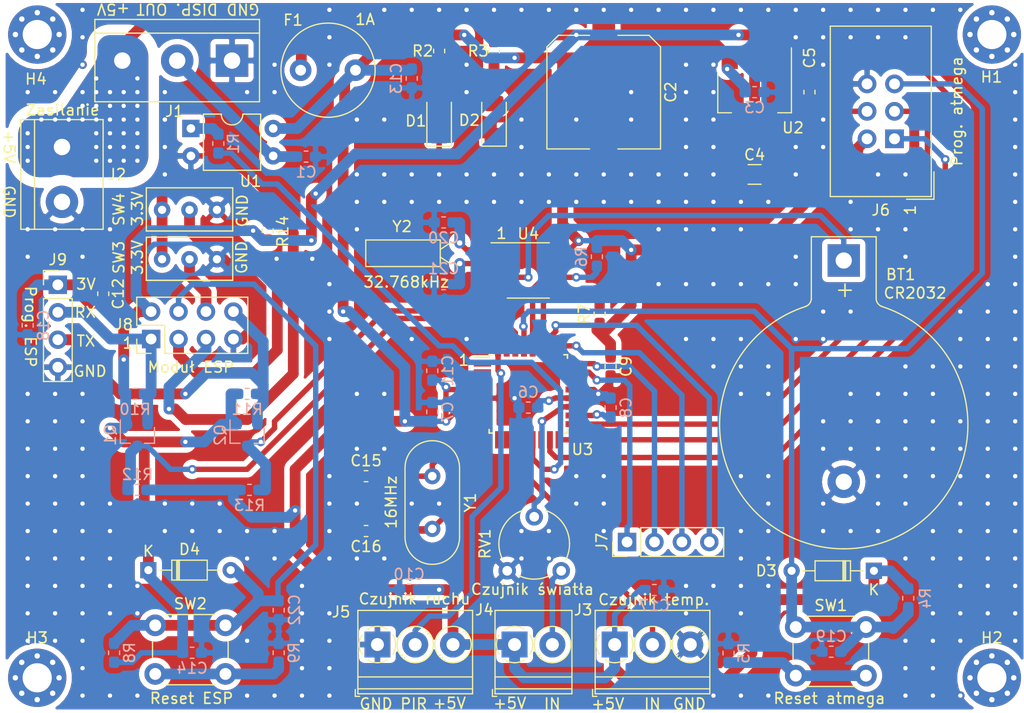
<source format=kicad_pcb>
(kicad_pcb (version 20171130) (host pcbnew "(5.1.5)-3")
  (layers (0 F.Cu signal) (31 B.Cu signal) (34 B.Paste user) (35 F.Paste user) (36 B.SilkS user) (37 F.SilkS user) (38 B.Mask user hide) (39 F.Mask user hide) (44 Edge.Cuts user hide))
  (net 0 "")
  (net 1 GND)
  (net 2 "Net-(BT1-Pad1)")
  (net 3 "/Wyswietlacz LED/LED_DATA_ISO")
  (net 4 +5V)
  (net 5 +3V3)
  (net 6 "Net-(C6-Pad1)")
  (net 7 "Net-(C8-Pad1)")
  (net 8 "Net-(C15-Pad2)")
  (net 9 "Net-(C16-Pad1)")
  (net 10 /MikrokontrolerAtmega/uC_RST)
  (net 11 "Net-(C20-Pad2)")
  (net 12 "Net-(C21-Pad1)")
  (net 13 "/Moduł WiFi/ESP_RST")
  (net 14 "Net-(D1-Pad2)")
  (net 15 "Net-(D2-Pad2)")
  (net 16 /MikrokontrolerAtmega/DHT22_DATA)
  (net 17 /MikrokontrolerAtmega/LIGHT_SENSOR_OUT)
  (net 18 /Sensory/PIR_OUT)
  (net 19 /MikrokontrolerAtmega/uC_MOSI)
  (net 20 /MikrokontrolerAtmega/uC_SCK)
  (net 21 /MikrokontrolerAtmega/uC_MISO)
  (net 22 /MikrokontrolerAtmega/uC_GPIO0)
  (net 23 /MikrokontrolerAtmega/uC_GPIO1)
  (net 24 /MikrokontrolerAtmega/uC_GPIO2)
  (net 25 /MikrokontrolerAtmega/uC_GPIO3)
  (net 26 "/Moduł WiFi/ESP_GPIO0")
  (net 27 "/Moduł WiFi/ESP_GPIO2")
  (net 28 "/Moduł WiFi/ESP_CH_PD")
  (net 29 "Net-(R1-Pad1)")
  (net 30 /MikrokontrolerAtmega/LED_DATA)
  (net 31 "Net-(R5-Pad1)")
  (net 32 /MikrokontrolerAtmega/RTC_SCL)
  (net 33 /MikrokontrolerAtmega/RTC_SDA)
  (net 34 "Net-(R9-Pad1)")
  (net 35 "Net-(RV1-Pad2)")
  (net 36 "Net-(U3-Pad1)")
  (net 37 "Net-(U3-Pad2)")
  (net 38 "Net-(U3-Pad9)")
  (net 39 "Net-(U3-Pad10)")
  (net 40 "Net-(U3-Pad11)")
  (net 41 "Net-(U3-Pad14)")
  (net 42 "Net-(U3-Pad22)")
  (net 43 "Net-(U4-Pad7)")
  (net 44 "/Moduł WiFi/ESP_RX")
  (net 45 "/Moduł WiFi/ESP_TX")
  (net 46 /MikrokontrolerAtmega/ESP_RX_HIGH)
  (net 47 /MikrokontrolerAtmega/ESP_TX_HIGH)
  (net 48 +5VA)
  (module Connector_PinHeader_2.54mm:PinHeader_1x04_P2.54mm_Vertical (layer F.Cu) (at 70.739 61.976 90)
    (fp_text reference J7 (at 0 -2.33 90) (layer F.SilkS))
    (fp_text value Conn_01x04)
    (pad 1 thru_hole rect (at 0 0 90) (size 1.7 1.7) (drill 1) (layers *.Cu *.Mask) (net 22 /MikrokontrolerAtmega/uC_GPIO0))
    (pad 2 thru_hole oval (at 0 2.54 90) (size 1.7 1.7) (drill 1) (layers *.Cu *.Mask) (net 23 /MikrokontrolerAtmega/uC_GPIO1))
    (pad 3 thru_hole oval (at 0 5.08 90) (size 1.7 1.7) (drill 1) (layers *.Cu *.Mask) (net 24 /MikrokontrolerAtmega/uC_GPIO2))
    (pad 4 thru_hole oval (at 0 7.62 90) (size 1.7 1.7) (drill 1) (layers *.Cu *.Mask) (net 25 /MikrokontrolerAtmega/uC_GPIO3))
  )
  (module Battery:BatteryHolder_Keystone_103_1x20mm (layer F.Cu) (at 90.805 35.91 270)
    (fp_text reference BT1 (at 1.301 -5.2705 180) (layer F.SilkS))
    (fp_text value Battery_Cell)
    (fp_text user + (at 2.75 0 90) (layer F.SilkS) (effects (font (size 1.5 1.5))))
    (pad 2 thru_hole circle (at 20.49 0 270) (size 3 3) (drill 1.5) (layers *.Cu *.Mask) (net 1 GND))
    (pad 1 thru_hole rect (at 0 0 270) (size 3 3) (drill 1.5) (layers *.Cu *.Mask) (net 2 "Net-(BT1-Pad1)"))
  )
  (module Resistor_SMD:R_0603_1608Metric_Pad1.05x0.95mm_HandSolder (layer B.Cu) (at 32.893 25.0825 270)
    (fp_text reference R1 (at 0 -1.397 90) (layer B.SilkS) (effects (justify mirror)))
    (fp_text value 180R)
    (pad 1 smd roundrect (at -0.875 0 270) (size 1.05 0.95) (layers B.Cu B.Paste B.Mask) (net 29 "Net-(R1-Pad1)"))
    (pad 2 smd roundrect (at 0.875 0 270) (size 1.05 0.95) (layers B.Cu B.Paste B.Mask) (net 30 /MikrokontrolerAtmega/LED_DATA))
  )
  (module Capacitor_SMD:C_0603_1608Metric_Pad1.05x0.95mm_HandSolder (layer F.Cu) (at 22.239 38.989 90)
    (fp_text reference C12 (at 0 1.383 90) (layer F.SilkS))
    (fp_text value 100n)
    (pad 1 smd roundrect (at -0.875 0 90) (size 1.05 0.95) (layers F.Cu F.Paste F.Mask) (net 5 +3V3))
    (pad 2 smd roundrect (at 0.875 0 90) (size 1.05 0.95) (layers F.Cu F.Paste F.Mask) (net 1 GND))
  )
  (module Resistor_SMD:R_0603_1608Metric_Pad1.05x0.95mm_HandSolder (layer F.Cu) (at 37.465 33.147 90)
    (fp_text reference R14 (at -0.0635 1.397 90) (layer F.SilkS))
    (fp_text value 10k)
    (pad 1 smd roundrect (at -0.875 0 90) (size 1.05 0.95) (layers F.Cu F.Paste F.Mask) (net 5 +3V3))
    (pad 2 smd roundrect (at 0.875 0 90) (size 1.05 0.95) (layers F.Cu F.Paste F.Mask) (net 27 "/Moduł WiFi/ESP_GPIO2"))
  )
  (module Capacitor_SMD:C_Elec_10x10.2 (layer F.Cu) (at 68.58 20.32 270)
    (fp_text reference C2 (at 0 -6.2 90) (layer F.SilkS))
    (fp_text value 470u)
    (pad 1 smd roundrect (at -4.4 0 270) (size 4.6 2.1) (layers F.Cu F.Paste F.Mask) (roundrect_rratio 0.119048) (net 4 +5V))
    (pad 2 smd roundrect (at 4.4 0 270) (size 4.6 2.1) (layers F.Cu F.Paste F.Mask) (roundrect_rratio 0.119048) (net 1 GND))
  )
  (module Diode_SMD:D_1206_3216Metric_Pad1.42x1.75mm_HandSolder (layer F.Cu) (at 53.34 22.86 90)
    (fp_text reference D1 (at -0.127 -2.159) (layer F.SilkS))
    (fp_text value RED_LED)
    (pad 2 smd roundrect (at 1.4875 0 90) (size 1.425 1.75) (layers F.Cu F.Paste F.Mask) (roundrect_rratio 0.175439) (net 14 "Net-(D1-Pad2)"))
    (pad 1 smd roundrect (at -1.4875 0 90) (size 1.425 1.75) (layers F.Cu F.Paste F.Mask) (roundrect_rratio 0.175439) (net 1 GND))
  )
  (module Diode_SMD:D_1206_3216Metric_Pad1.42x1.75mm_HandSolder (layer F.Cu) (at 58.42 22.86 90)
    (fp_text reference D2 (at -0.0635 -2.286 180) (layer F.SilkS))
    (fp_text value GREEN_LED)
    (pad 1 smd roundrect (at -1.4875 0 90) (size 1.425 1.75) (layers F.Cu F.Paste F.Mask) (roundrect_rratio 0.175439) (net 1 GND))
    (pad 2 smd roundrect (at 1.4875 0 90) (size 1.425 1.75) (layers F.Cu F.Paste F.Mask) (roundrect_rratio 0.175439) (net 15 "Net-(D2-Pad2)"))
  )
  (module Diode_THT:D_DO-34_SOD68_P7.62mm_Horizontal (layer F.Cu) (at 93.599 64.643 180)
    (fp_text reference D3 (at 9.9695 0) (layer F.SilkS))
    (fp_text value D_Zener)
    (fp_text user K (at 0 -1.75) (layer F.SilkS))
    (pad 1 thru_hole rect (at 0 0 180) (size 1.5 1.5) (drill 0.75) (layers *.Cu *.Mask) (net 4 +5V))
    (pad 2 thru_hole oval (at 7.62 0 180) (size 1.5 1.5) (drill 0.75) (layers *.Cu *.Mask) (net 10 /MikrokontrolerAtmega/uC_RST))
  )
  (module Diode_THT:D_DO-34_SOD68_P7.62mm_Horizontal (layer F.Cu) (at 26.416 64.5795)
    (fp_text reference D4 (at 3.81 -1.92) (layer F.SilkS))
    (fp_text value D_Zener)
    (fp_text user K (at 0 -1.75) (layer F.SilkS))
    (pad 2 thru_hole oval (at 7.62 0) (size 1.5 1.5) (drill 0.75) (layers *.Cu *.Mask) (net 13 "/Moduł WiFi/ESP_RST"))
    (pad 1 thru_hole rect (at 0 0) (size 1.5 1.5) (drill 0.75) (layers *.Cu *.Mask) (net 5 +3V3))
  )
  (module MountingHole:MountingHole_2.7mm_Pad_Via (layer F.Cu) (at 104.521 14.986)
    (fp_text reference H1 (at -0.033 3.937) (layer F.SilkS))
    (fp_text value MountingHole)
    (pad 1 thru_hole circle (at 1.431891 -1.431891) (size 0.8 0.8) (drill 0.5) (layers *.Cu *.Mask))
    (pad 1 thru_hole circle (at 0 -2.025) (size 0.8 0.8) (drill 0.5) (layers *.Cu *.Mask))
    (pad 1 thru_hole circle (at -1.431891 -1.431891) (size 0.8 0.8) (drill 0.5) (layers *.Cu *.Mask))
    (pad 1 thru_hole circle (at -2.025 0) (size 0.8 0.8) (drill 0.5) (layers *.Cu *.Mask))
    (pad 1 thru_hole circle (at -1.431891 1.431891) (size 0.8 0.8) (drill 0.5) (layers *.Cu *.Mask))
    (pad 1 thru_hole circle (at 0 2.025) (size 0.8 0.8) (drill 0.5) (layers *.Cu *.Mask))
    (pad 1 thru_hole circle (at 1.431891 1.431891) (size 0.8 0.8) (drill 0.5) (layers *.Cu *.Mask))
    (pad 1 thru_hole circle (at 2.025 0) (size 0.8 0.8) (drill 0.5) (layers *.Cu *.Mask))
    (pad 1 thru_hole circle (at 0 0) (size 5.4 5.4) (drill 2.7) (layers *.Cu *.Mask))
  )
  (module MountingHole:MountingHole_2.7mm_Pad_Via (layer F.Cu) (at 104.521 74.549)
    (fp_text reference H2 (at 0 -3.7) (layer F.SilkS))
    (fp_text value MountingHole)
    (pad 1 thru_hole circle (at 0 0) (size 5.4 5.4) (drill 2.7) (layers *.Cu *.Mask))
    (pad 1 thru_hole circle (at 2.025 0) (size 0.8 0.8) (drill 0.5) (layers *.Cu *.Mask))
    (pad 1 thru_hole circle (at 1.431891 1.431891) (size 0.8 0.8) (drill 0.5) (layers *.Cu *.Mask))
    (pad 1 thru_hole circle (at 0 2.025) (size 0.8 0.8) (drill 0.5) (layers *.Cu *.Mask))
    (pad 1 thru_hole circle (at -1.431891 1.431891) (size 0.8 0.8) (drill 0.5) (layers *.Cu *.Mask))
    (pad 1 thru_hole circle (at -2.025 0) (size 0.8 0.8) (drill 0.5) (layers *.Cu *.Mask))
    (pad 1 thru_hole circle (at -1.431891 -1.431891) (size 0.8 0.8) (drill 0.5) (layers *.Cu *.Mask))
    (pad 1 thru_hole circle (at 0 -2.025) (size 0.8 0.8) (drill 0.5) (layers *.Cu *.Mask))
    (pad 1 thru_hole circle (at 1.431891 -1.431891) (size 0.8 0.8) (drill 0.5) (layers *.Cu *.Mask))
  )
  (module MountingHole:MountingHole_2.7mm_Pad_Via (layer F.Cu) (at 16.122 74.549)
    (fp_text reference H3 (at 0 -3.7) (layer F.SilkS))
    (fp_text value MountingHole)
    (pad 1 thru_hole circle (at 1.431891 -1.431891) (size 0.8 0.8) (drill 0.5) (layers *.Cu *.Mask))
    (pad 1 thru_hole circle (at 0 -2.025) (size 0.8 0.8) (drill 0.5) (layers *.Cu *.Mask))
    (pad 1 thru_hole circle (at -1.431891 -1.431891) (size 0.8 0.8) (drill 0.5) (layers *.Cu *.Mask))
    (pad 1 thru_hole circle (at -2.025 0) (size 0.8 0.8) (drill 0.5) (layers *.Cu *.Mask))
    (pad 1 thru_hole circle (at -1.431891 1.431891) (size 0.8 0.8) (drill 0.5) (layers *.Cu *.Mask))
    (pad 1 thru_hole circle (at 0 2.025) (size 0.8 0.8) (drill 0.5) (layers *.Cu *.Mask))
    (pad 1 thru_hole circle (at 1.431891 1.431891) (size 0.8 0.8) (drill 0.5) (layers *.Cu *.Mask))
    (pad 1 thru_hole circle (at 2.025 0) (size 0.8 0.8) (drill 0.5) (layers *.Cu *.Mask))
    (pad 1 thru_hole circle (at 0 0) (size 5.4 5.4) (drill 2.7) (layers *.Cu *.Mask))
  )
  (module MountingHole:MountingHole_2.7mm_Pad_Via (layer F.Cu) (at 16.129 14.986)
    (fp_text reference H4 (at -0.127 4.1275) (layer F.SilkS))
    (fp_text value MountingHole)
    (pad 1 thru_hole circle (at 0 0) (size 5.4 5.4) (drill 2.7) (layers *.Cu *.Mask))
    (pad 1 thru_hole circle (at 2.025 0) (size 0.8 0.8) (drill 0.5) (layers *.Cu *.Mask))
    (pad 1 thru_hole circle (at 1.431891 1.431891) (size 0.8 0.8) (drill 0.5) (layers *.Cu *.Mask))
    (pad 1 thru_hole circle (at 0 2.025) (size 0.8 0.8) (drill 0.5) (layers *.Cu *.Mask))
    (pad 1 thru_hole circle (at -1.431891 1.431891) (size 0.8 0.8) (drill 0.5) (layers *.Cu *.Mask))
    (pad 1 thru_hole circle (at -2.025 0) (size 0.8 0.8) (drill 0.5) (layers *.Cu *.Mask))
    (pad 1 thru_hole circle (at -1.431891 -1.431891) (size 0.8 0.8) (drill 0.5) (layers *.Cu *.Mask))
    (pad 1 thru_hole circle (at 0 -2.025) (size 0.8 0.8) (drill 0.5) (layers *.Cu *.Mask))
    (pad 1 thru_hole circle (at 1.431891 -1.431891) (size 0.8 0.8) (drill 0.5) (layers *.Cu *.Mask))
  )
  (module TerminalBlock:TerminalBlock_bornier-3_P5.08mm (layer F.Cu) (at 34.163 17.399 180)
    (fp_text reference J1 (at 5.334 -4.699 180) (layer F.SilkS))
    (fp_text value LED_Display_Conn)
    (pad 1 thru_hole rect (at 0 0 180) (size 3 3) (drill 1.52) (layers *.Cu *.Mask) (net 1 GND))
    (pad 2 thru_hole circle (at 5.08 0 180) (size 3 3) (drill 1.52) (layers *.Cu *.Mask) (net 3 "/Wyswietlacz LED/LED_DATA_ISO"))
    (pad 3 thru_hole circle (at 10.16 0 180) (size 3 3) (drill 1.52) (layers *.Cu *.Mask) (net 48 +5VA))
  )
  (module TerminalBlock:TerminalBlock_bornier-2_P5.08mm (layer F.Cu) (at 18.415 25.4 270)
    (fp_text reference J2 (at 2.54 -5.08) (layer F.SilkS))
    (fp_text value Input_Supply+5V)
    (pad 1 thru_hole rect (at 0 0 270) (size 3 3) (drill 1.52) (layers *.Cu *.Mask) (net 48 +5VA))
    (pad 2 thru_hole circle (at 5.08 0 270) (size 3 3) (drill 1.52) (layers *.Cu *.Mask) (net 1 GND))
  )
  (module TerminalBlock_Phoenix:TerminalBlock_Phoenix_PT-1,5-3-3.5-H_1x03_P3.50mm_Horizontal (layer F.Cu) (at 69.596 71.47)
    (fp_text reference J3 (at -2.921 -3.2075) (layer F.SilkS))
    (fp_text value DHT22_Conn)
    (pad 1 thru_hole rect (at 0 0) (size 2.4 2.4) (drill 1.2) (layers *.Cu *.Mask) (net 4 +5V))
    (pad 2 thru_hole circle (at 3.5 0) (size 2.4 2.4) (drill 1.2) (layers *.Cu *.Mask) (net 16 /MikrokontrolerAtmega/DHT22_DATA))
    (pad 3 thru_hole circle (at 7 0) (size 2.4 2.4) (drill 1.2) (layers *.Cu *.Mask) (net 1 GND))
  )
  (module TerminalBlock_Phoenix:TerminalBlock_Phoenix_PT-1,5-2-3.5-H_1x02_P3.50mm_Horizontal (layer F.Cu) (at 60.325 71.47)
    (fp_text reference J4 (at -2.794 -3.2075) (layer F.SilkS))
    (fp_text value LightSensor_Conn)
    (pad 1 thru_hole rect (at 0 0) (size 2.4 2.4) (drill 1.2) (layers *.Cu *.Mask) (net 4 +5V))
    (pad 2 thru_hole circle (at 3.5 0) (size 2.4 2.4) (drill 1.2) (layers *.Cu *.Mask) (net 17 /MikrokontrolerAtmega/LIGHT_SENSOR_OUT))
  )
  (module TerminalBlock_Phoenix:TerminalBlock_Phoenix_PT-1,5-3-3.5-H_1x03_P3.50mm_Horizontal (layer F.Cu) (at 47.625 71.47)
    (fp_text reference J5 (at -3.3655 -3.017) (layer F.SilkS))
    (fp_text value PIR_Sensor_Conn)
    (pad 3 thru_hole circle (at 7 0) (size 2.4 2.4) (drill 1.2) (layers *.Cu *.Mask) (net 4 +5V))
    (pad 2 thru_hole circle (at 3.5 0) (size 2.4 2.4) (drill 1.2) (layers *.Cu *.Mask) (net 18 /Sensory/PIR_OUT))
    (pad 1 thru_hole rect (at 0 0) (size 2.4 2.4) (drill 1.2) (layers *.Cu *.Mask) (net 1 GND))
  )
  (module Connector_PinHeader_2.54mm:PinHeader_2x04_P2.54mm_Vertical (layer F.Cu) (at 26.67 43.18 90)
    (fp_text reference J8 (at 1.3335 -2.54 180) (layer F.SilkS))
    (fp_text value ESP_Conn)
    (pad 1 thru_hole rect (at 0 0 90) (size 1.7 1.7) (drill 1) (layers *.Cu *.Mask) (net 44 "/Moduł WiFi/ESP_RX"))
    (pad 2 thru_hole oval (at 2.54 0 90) (size 1.7 1.7) (drill 1) (layers *.Cu *.Mask) (net 5 +3V3))
    (pad 3 thru_hole oval (at 0 2.54 90) (size 1.7 1.7) (drill 1) (layers *.Cu *.Mask) (net 26 "/Moduł WiFi/ESP_GPIO0"))
    (pad 4 thru_hole oval (at 2.54 2.54 90) (size 1.7 1.7) (drill 1) (layers *.Cu *.Mask) (net 13 "/Moduł WiFi/ESP_RST"))
    (pad 5 thru_hole oval (at 0 5.08 90) (size 1.7 1.7) (drill 1) (layers *.Cu *.Mask) (net 27 "/Moduł WiFi/ESP_GPIO2"))
    (pad 6 thru_hole oval (at 2.54 5.08 90) (size 1.7 1.7) (drill 1) (layers *.Cu *.Mask) (net 28 "/Moduł WiFi/ESP_CH_PD"))
    (pad 7 thru_hole oval (at 0 7.62 90) (size 1.7 1.7) (drill 1) (layers *.Cu *.Mask) (net 1 GND))
    (pad 8 thru_hole oval (at 2.54 7.62 90) (size 1.7 1.7) (drill 1) (layers *.Cu *.Mask) (net 45 "/Moduł WiFi/ESP_TX"))
  )
  (module Connector_PinHeader_2.54mm:PinHeader_1x04_P2.54mm_Vertical (layer F.Cu) (at 18.034 38.1635)
    (fp_text reference J9 (at 0 -2.33) (layer F.SilkS))
    (fp_text value ESP_Prog_Conn)
    (pad 4 thru_hole oval (at 0 7.62) (size 1.7 1.7) (drill 1) (layers *.Cu *.Mask) (net 1 GND))
    (pad 3 thru_hole oval (at 0 5.08) (size 1.7 1.7) (drill 1) (layers *.Cu *.Mask) (net 45 "/Moduł WiFi/ESP_TX"))
    (pad 2 thru_hole oval (at 0 2.54) (size 1.7 1.7) (drill 1) (layers *.Cu *.Mask) (net 44 "/Moduł WiFi/ESP_RX"))
    (pad 1 thru_hole rect (at 0 0) (size 1.7 1.7) (drill 1) (layers *.Cu *.Mask) (net 5 +3V3))
  )
  (module Potentiometer_THT:Potentiometer_Piher_PT-6-V_Vertical (layer F.Cu) (at 64.643 64.643 90)
    (fp_text reference RV1 (at 2.5 -7.06 90) (layer F.SilkS))
    (fp_text value R_POT)
    (pad 3 thru_hole circle (at 0 -5 90) (size 1.62 1.62) (drill 0.9) (layers *.Cu *.Mask) (net 1 GND))
    (pad 2 thru_hole circle (at 5 -2.5 90) (size 1.62 1.62) (drill 0.9) (layers *.Cu *.Mask) (net 35 "Net-(RV1-Pad2)"))
    (pad 1 thru_hole circle (at 0 0 90) (size 1.62 1.62) (drill 0.9) (layers *.Cu *.Mask) (net 17 /MikrokontrolerAtmega/LIGHT_SENSOR_OUT))
  )
  (module Button_Switch_THT:SW_PUSH_6mm (layer F.Cu) (at 86.36 69.85)
    (fp_text reference SW1 (at 3.25 -2) (layer F.SilkS))
    (fp_text value SW_Push)
    (pad 1 thru_hole circle (at 6.5 0 90) (size 2 2) (drill 1.1) (layers *.Cu *.Mask) (net 10 /MikrokontrolerAtmega/uC_RST))
    (pad 2 thru_hole circle (at 6.5 4.5 90) (size 2 2) (drill 1.1) (layers *.Cu *.Mask) (net 31 "Net-(R5-Pad1)"))
    (pad 1 thru_hole circle (at 0 0 90) (size 2 2) (drill 1.1) (layers *.Cu *.Mask) (net 10 /MikrokontrolerAtmega/uC_RST))
    (pad 2 thru_hole circle (at 0 4.5 90) (size 2 2) (drill 1.1) (layers *.Cu *.Mask) (net 31 "Net-(R5-Pad1)"))
  )
  (module Button_Switch_THT:SW_PUSH_6mm (layer F.Cu) (at 27.051 69.692)
    (fp_text reference SW2 (at 3.25 -2) (layer F.SilkS))
    (fp_text value SW_Push)
    (pad 2 thru_hole circle (at 0 4.5 90) (size 2 2) (drill 1.1) (layers *.Cu *.Mask) (net 34 "Net-(R9-Pad1)"))
    (pad 1 thru_hole circle (at 0 0 90) (size 2 2) (drill 1.1) (layers *.Cu *.Mask) (net 13 "/Moduł WiFi/ESP_RST"))
    (pad 2 thru_hole circle (at 6.5 4.5 90) (size 2 2) (drill 1.1) (layers *.Cu *.Mask) (net 34 "Net-(R9-Pad1)"))
    (pad 1 thru_hole circle (at 6.5 0 90) (size 2 2) (drill 1.1) (layers *.Cu *.Mask) (net 13 "/Moduł WiFi/ESP_RST"))
  )
  (module LIB_PONG_Display:SPDT_switch (layer F.Cu) (at 30.226 31.75)
    (fp_text reference SW3 (at -6.5405 3.8735 90) (layer F.SilkS))
    (fp_text value SW_Push_SPDT)
    (pad 3 thru_hole circle (at 2.54 4.04) (size 1.524 1.524) (drill 0.762) (layers *.Cu *.Mask) (net 1 GND))
    (pad 2 thru_hole circle (at 0 4.04) (size 1.524 1.524) (drill 0.762) (layers *.Cu *.Mask) (net 28 "/Moduł WiFi/ESP_CH_PD"))
    (pad 1 thru_hole circle (at -2.54 4.04) (size 1.524 1.524) (drill 0.762) (layers *.Cu *.Mask) (net 27 "/Moduł WiFi/ESP_GPIO2"))
  )
  (module LIB_PONG_Display:SPDT_switch (layer F.Cu) (at 30.226 27.178)
    (fp_text reference SW4 (at -6.5405 4.0005 90) (layer F.SilkS))
    (fp_text value SW_Push_SPDT)
    (pad 1 thru_hole circle (at -2.54 4.04) (size 1.524 1.524) (drill 0.762) (layers *.Cu *.Mask) (net 27 "/Moduł WiFi/ESP_GPIO2"))
    (pad 2 thru_hole circle (at 0 4.04) (size 1.524 1.524) (drill 0.762) (layers *.Cu *.Mask) (net 26 "/Moduł WiFi/ESP_GPIO0"))
    (pad 3 thru_hole circle (at 2.54 4.04) (size 1.524 1.524) (drill 0.762) (layers *.Cu *.Mask) (net 1 GND))
  )
  (module Package_DIP:DIP-4_W7.62mm (layer F.Cu) (at 30.353 23.6855)
    (fp_text reference U1 (at 5.5245 4.8895) (layer F.SilkS))
    (fp_text value PC817)
    (pad 1 thru_hole rect (at 0 0) (size 1.6 1.6) (drill 0.8) (layers *.Cu *.Mask) (net 29 "Net-(R1-Pad1)"))
    (pad 3 thru_hole oval (at 7.62 2.54) (size 1.6 1.6) (drill 0.8) (layers *.Cu *.Mask) (net 3 "/Wyswietlacz LED/LED_DATA_ISO"))
    (pad 2 thru_hole oval (at 0 2.54) (size 1.6 1.6) (drill 0.8) (layers *.Cu *.Mask) (net 1 GND))
    (pad 4 thru_hole oval (at 7.62 0) (size 1.6 1.6) (drill 0.8) (layers *.Cu *.Mask) (net 4 +5V))
  )
  (module Package_TO_SOT_SMD:SOT-223-3_TabPin2 (layer F.Cu) (at 82.55 20.32 270)
    (fp_text reference U2 (at 3.302 -3.556 180) (layer F.SilkS))
    (fp_text value LD1117S33TR_SOT223)
    (pad 2 smd rect (at 3.15 0 270) (size 2 3.8) (layers F.Cu F.Paste F.Mask) (net 5 +3V3))
    (pad 2 smd rect (at -3.15 0 270) (size 2 1.5) (layers F.Cu F.Paste F.Mask) (net 5 +3V3))
    (pad 3 smd rect (at -3.15 2.3 270) (size 2 1.5) (layers F.Cu F.Paste F.Mask) (net 4 +5V))
    (pad 1 smd rect (at -3.15 -2.3 270) (size 2 1.5) (layers F.Cu F.Paste F.Mask) (net 1 GND))
  )
  (module Package_QFP:TQFP-32_7x7mm_P0.8mm (layer F.Cu) (at 61.595 48.26)
    (fp_text reference U3 (at 5.0165 5.1435) (layer F.SilkS))
    (fp_text value ATmega328P-AU)
    (pad 1 smd rect (at -4.25 -2.8) (size 1.6 0.55) (layers F.Cu F.Paste F.Mask) (net 36 "Net-(U3-Pad1)"))
    (pad 2 smd rect (at -4.25 -2) (size 1.6 0.55) (layers F.Cu F.Paste F.Mask) (net 37 "Net-(U3-Pad2)"))
    (pad 3 smd rect (at -4.25 -1.2) (size 1.6 0.55) (layers F.Cu F.Paste F.Mask) (net 1 GND))
    (pad 4 smd rect (at -4.25 -0.4) (size 1.6 0.55) (layers F.Cu F.Paste F.Mask) (net 4 +5V))
    (pad 5 smd rect (at -4.25 0.4) (size 1.6 0.55) (layers F.Cu F.Paste F.Mask) (net 1 GND))
    (pad 6 smd rect (at -4.25 1.2) (size 1.6 0.55) (layers F.Cu F.Paste F.Mask) (net 4 +5V))
    (pad 7 smd rect (at -4.25 2) (size 1.6 0.55) (layers F.Cu F.Paste F.Mask) (net 8 "Net-(C15-Pad2)"))
    (pad 8 smd rect (at -4.25 2.8) (size 1.6 0.55) (layers F.Cu F.Paste F.Mask) (net 9 "Net-(C16-Pad1)"))
    (pad 9 smd rect (at -2.8 4.25 90) (size 1.6 0.55) (layers F.Cu F.Paste F.Mask) (net 38 "Net-(U3-Pad9)"))
    (pad 10 smd rect (at -2 4.25 90) (size 1.6 0.55) (layers F.Cu F.Paste F.Mask) (net 39 "Net-(U3-Pad10)"))
    (pad 11 smd rect (at -1.2 4.25 90) (size 1.6 0.55) (layers F.Cu F.Paste F.Mask) (net 40 "Net-(U3-Pad11)"))
    (pad 12 smd rect (at -0.4 4.25 90) (size 1.6 0.55) (layers F.Cu F.Paste F.Mask) (net 16 /MikrokontrolerAtmega/DHT22_DATA))
    (pad 13 smd rect (at 0.4 4.25 90) (size 1.6 0.55) (layers F.Cu F.Paste F.Mask) (net 30 /MikrokontrolerAtmega/LED_DATA))
    (pad 14 smd rect (at 1.2 4.25 90) (size 1.6 0.55) (layers F.Cu F.Paste F.Mask) (net 41 "Net-(U3-Pad14)"))
    (pad 15 smd rect (at 2 4.25 90) (size 1.6 0.55) (layers F.Cu F.Paste F.Mask) (net 19 /MikrokontrolerAtmega/uC_MOSI))
    (pad 16 smd rect (at 2.8 4.25 90) (size 1.6 0.55) (layers F.Cu F.Paste F.Mask) (net 21 /MikrokontrolerAtmega/uC_MISO))
    (pad 17 smd rect (at 4.25 2.8) (size 1.6 0.55) (layers F.Cu F.Paste F.Mask) (net 20 /MikrokontrolerAtmega/uC_SCK))
    (pad 18 smd rect (at 4.25 2) (size 1.6 0.55) (layers F.Cu F.Paste F.Mask) (net 7 "Net-(C8-Pad1)"))
    (pad 19 smd rect (at 4.25 1.2) (size 1.6 0.55) (layers F.Cu F.Paste F.Mask) (net 35 "Net-(RV1-Pad2)"))
    (pad 20 smd rect (at 4.25 0.4) (size 1.6 0.55) (layers F.Cu F.Paste F.Mask) (net 6 "Net-(C6-Pad1)"))
    (pad 21 smd rect (at 4.25 -0.4) (size 1.6 0.55) (layers F.Cu F.Paste F.Mask) (net 1 GND))
    (pad 22 smd rect (at 4.25 -1.2) (size 1.6 0.55) (layers F.Cu F.Paste F.Mask) (net 42 "Net-(U3-Pad22)"))
    (pad 23 smd rect (at 4.25 -2) (size 1.6 0.55) (layers F.Cu F.Paste F.Mask) (net 22 /MikrokontrolerAtmega/uC_GPIO0))
    (pad 24 smd rect (at 4.25 -2.8) (size 1.6 0.55) (layers F.Cu F.Paste F.Mask) (net 23 /MikrokontrolerAtmega/uC_GPIO1))
    (pad 25 smd rect (at 2.8 -4.25 90) (size 1.6 0.55) (layers F.Cu F.Paste F.Mask) (net 24 /MikrokontrolerAtmega/uC_GPIO2))
    (pad 26 smd rect (at 2 -4.25 90) (size 1.6 0.55) (layers F.Cu F.Paste F.Mask) (net 25 /MikrokontrolerAtmega/uC_GPIO3))
    (pad 27 smd rect (at 1.2 -4.25 90) (size 1.6 0.55) (layers F.Cu F.Paste F.Mask) (net 33 /MikrokontrolerAtmega/RTC_SDA))
    (pad 28 smd rect (at 0.4 -4.25 90) (size 1.6 0.55) (layers F.Cu F.Paste F.Mask) (net 32 /MikrokontrolerAtmega/RTC_SCL))
    (pad 29 smd rect (at -0.4 -4.25 90) (size 1.6 0.55) (layers F.Cu F.Paste F.Mask) (net 10 /MikrokontrolerAtmega/uC_RST))
    (pad 30 smd rect (at -1.2 -4.25 90) (size 1.6 0.55) (layers F.Cu F.Paste F.Mask) (net 47 /MikrokontrolerAtmega/ESP_TX_HIGH))
    (pad 31 smd rect (at -2 -4.25 90) (size 1.6 0.55) (layers F.Cu F.Paste F.Mask) (net 46 /MikrokontrolerAtmega/ESP_RX_HIGH))
    (pad 32 smd rect (at -2.8 -4.25 90) (size 1.6 0.55) (layers F.Cu F.Paste F.Mask) (net 18 /Sensory/PIR_OUT))
  )
  (module Package_SO:SOIC-8_3.9x4.9mm_P1.27mm (layer F.Cu) (at 61.595 36.83)
    (fp_text reference U4 (at 0 -3.4) (layer F.SilkS))
    (fp_text value MCP79400)
    (pad 1 smd roundrect (at -2.475 -1.905) (size 1.95 0.6) (layers F.Cu F.Paste F.Mask) (net 11 "Net-(C20-Pad2)"))
    (pad 2 smd roundrect (at -2.475 -0.635) (size 1.95 0.6) (layers F.Cu F.Paste F.Mask) (net 12 "Net-(C21-Pad1)"))
    (pad 3 smd roundrect (at -2.475 0.635) (size 1.95 0.6) (layers F.Cu F.Paste F.Mask) (net 2 "Net-(BT1-Pad1)"))
    (pad 4 smd roundrect (at -2.475 1.905) (size 1.95 0.6) (layers F.Cu F.Paste F.Mask) (net 1 GND))
    (pad 5 smd roundrect (at 2.475 1.905) (size 1.95 0.6) (layers F.Cu F.Paste F.Mask) (net 33 /MikrokontrolerAtmega/RTC_SDA))
    (pad 6 smd roundrect (at 2.475 0.635) (size 1.95 0.6) (layers F.Cu F.Paste F.Mask) (net 32 /MikrokontrolerAtmega/RTC_SCL))
    (pad 7 smd roundrect (at 2.475 -0.635) (size 1.95 0.6) (layers F.Cu F.Paste F.Mask) (net 43 "Net-(U4-Pad7)"))
    (pad 8 smd roundrect (at 2.475 -1.905) (size 1.95 0.6) (layers F.Cu F.Paste F.Mask) (net 4 +5V))
  )
  (module Crystal:Crystal_HC49-4H_Vertical (layer F.Cu) (at 52.705 55.88 270)
    (fp_text reference Y1 (at 2.44 -3.525 90) (layer F.SilkS))
    (fp_text value 16MHz)
    (pad 1 thru_hole circle (at 0 0 270) (size 1.5 1.5) (drill 0.8) (layers *.Cu *.Mask) (net 8 "Net-(C15-Pad2)"))
    (pad 2 thru_hole circle (at 4.88 0 270) (size 1.5 1.5) (drill 0.8) (layers *.Cu *.Mask) (net 9 "Net-(C16-Pad1)"))
  )
  (module Crystal:Crystal_C26-LF_D2.1mm_L6.5mm_Horizontal (layer F.Cu) (at 55.245 34.29 270)
    (fp_text reference Y2 (at -1.524 5.334) (layer F.SilkS))
    (fp_text value 32,768kHz)
    (pad 1 thru_hole circle (at 0 0 270) (size 1 1) (drill 0.5) (layers *.Cu *.Mask) (net 11 "Net-(C20-Pad2)"))
    (pad 2 thru_hole circle (at 1.9 0 270) (size 1 1) (drill 0.5) (layers *.Cu *.Mask) (net 12 "Net-(C21-Pad1)"))
  )
  (module Package_TO_SOT_SMD:SOT-23 (layer B.Cu) (at 25.4 52.07 270)
    (fp_text reference Q1 (at 0 2.5 270) (layer B.SilkS) (effects (justify mirror)))
    (fp_text value BSS138)
    (pad 3 smd rect (at 1 0 270) (size 0.9 0.8) (layers B.Cu B.Paste B.Mask) (net 46 /MikrokontrolerAtmega/ESP_RX_HIGH))
    (pad 2 smd rect (at -1 -0.95 270) (size 0.9 0.8) (layers B.Cu B.Paste B.Mask) (net 44 "/Moduł WiFi/ESP_RX"))
    (pad 1 smd rect (at -1 0.95 270) (size 0.9 0.8) (layers B.Cu B.Paste B.Mask) (net 5 +3V3))
  )
  (module Package_TO_SOT_SMD:SOT-23 (layer B.Cu) (at 35.56 52.07 270)
    (fp_text reference Q2 (at 0 2.5 270) (layer B.SilkS) (effects (justify mirror)))
    (fp_text value BSS138)
    (pad 1 smd rect (at -1 0.95 270) (size 0.9 0.8) (layers B.Cu B.Paste B.Mask) (net 5 +3V3))
    (pad 2 smd rect (at -1 -0.95 270) (size 0.9 0.8) (layers B.Cu B.Paste B.Mask) (net 45 "/Moduł WiFi/ESP_TX"))
    (pad 3 smd rect (at 1 0 270) (size 0.9 0.8) (layers B.Cu B.Paste B.Mask) (net 47 /MikrokontrolerAtmega/ESP_TX_HIGH))
  )
  (module Capacitor_SMD:C_0603_1608Metric_Pad1.05x0.95mm_HandSolder (layer B.Cu) (at 41.021 26.289)
    (fp_text reference C1 (at 0 1.43) (layer B.SilkS) (effects (justify mirror)))
    (fp_text value 100n)
    (pad 1 smd roundrect (at -0.875 0) (size 1.05 0.95) (layers B.Cu B.Paste B.Mask) (net 3 "/Wyswietlacz LED/LED_DATA_ISO"))
    (pad 2 smd roundrect (at 0.875 0) (size 1.05 0.95) (layers B.Cu B.Paste B.Mask) (net 1 GND))
  )
  (module Capacitor_SMD:C_0603_1608Metric_Pad1.05x0.95mm_HandSolder (layer B.Cu) (at 82.55 20.32)
    (fp_text reference C3 (at 0 1.43) (layer B.SilkS) (effects (justify mirror)))
    (fp_text value 100n)
    (pad 1 smd roundrect (at -0.875 0) (size 1.05 0.95) (layers B.Cu B.Paste B.Mask) (net 4 +5V))
    (pad 2 smd roundrect (at 0.875 0) (size 1.05 0.95) (layers B.Cu B.Paste B.Mask) (net 1 GND))
  )
  (module Capacitor_SMD:C_1206_3216Metric_Pad1.42x1.75mm_HandSolder (layer F.Cu) (at 82.55 27.94)
    (fp_text reference C4 (at 0 -1.82) (layer F.SilkS))
    (fp_text value 10u)
    (pad 1 smd roundrect (at -1.4875 0) (size 1.425 1.75) (layers F.Cu F.Paste F.Mask) (roundrect_rratio 0.175439) (net 5 +3V3))
    (pad 2 smd roundrect (at 1.4875 0) (size 1.425 1.75) (layers F.Cu F.Paste F.Mask) (roundrect_rratio 0.175439) (net 1 GND))
  )
  (module Capacitor_SMD:C_0603_1608Metric_Pad1.05x0.95mm_HandSolder (layer F.Cu) (at 87.63 20.32 90)
    (fp_text reference C5 (at 3.175 0 90) (layer F.SilkS))
    (fp_text value 100n)
    (pad 2 smd roundrect (at 0.875 0 90) (size 1.05 0.95) (layers F.Cu F.Paste F.Mask) (net 1 GND))
    (pad 1 smd roundrect (at -0.875 0 90) (size 1.05 0.95) (layers F.Cu F.Paste F.Mask) (net 5 +3V3))
  )
  (module Capacitor_SMD:C_0603_1608Metric_Pad1.05x0.95mm_HandSolder (layer B.Cu) (at 61.595 49.53 180)
    (fp_text reference C6 (at 0 1.43 180) (layer B.SilkS) (effects (justify mirror)))
    (fp_text value 100n)
    (pad 2 smd roundrect (at 0.875 0 180) (size 1.05 0.95) (layers B.Cu B.Paste B.Mask) (net 1 GND))
    (pad 1 smd roundrect (at -0.875 0 180) (size 1.05 0.95) (layers B.Cu B.Paste B.Mask) (net 6 "Net-(C6-Pad1)"))
  )
  (module Capacitor_SMD:C_0603_1608Metric_Pad1.05x0.95mm_HandSolder (layer B.Cu) (at 52.705 49.925 90)
    (fp_text reference C7 (at 0 1.43 270) (layer B.SilkS) (effects (justify mirror)))
    (fp_text value 100n)
    (pad 2 smd roundrect (at 0.875 0 90) (size 1.05 0.95) (layers B.Cu B.Paste B.Mask) (net 1 GND))
    (pad 1 smd roundrect (at -0.875 0 90) (size 1.05 0.95) (layers B.Cu B.Paste B.Mask) (net 4 +5V))
  )
  (module Capacitor_SMD:C_0603_1608Metric_Pad1.05x0.95mm_HandSolder (layer B.Cu) (at 69.215 49.53 90)
    (fp_text reference C8 (at 0 1.43 270) (layer B.SilkS) (effects (justify mirror)))
    (fp_text value 100n)
    (pad 1 smd roundrect (at -0.875 0 90) (size 1.05 0.95) (layers B.Cu B.Paste B.Mask) (net 7 "Net-(C8-Pad1)"))
    (pad 2 smd roundrect (at 0.875 0 90) (size 1.05 0.95) (layers B.Cu B.Paste B.Mask) (net 1 GND))
  )
  (module Capacitor_SMD:C_0603_1608Metric_Pad1.05x0.95mm_HandSolder (layer F.Cu) (at 69.215 45.72 270)
    (fp_text reference C9 (at 0 -1.43 90) (layer F.SilkS))
    (fp_text value 100n)
    (pad 2 smd roundrect (at 0.875 0 270) (size 1.05 0.95) (layers F.Cu F.Paste F.Mask) (net 1 GND))
    (pad 1 smd roundrect (at -0.875 0 270) (size 1.05 0.95) (layers F.Cu F.Paste F.Mask) (net 4 +5V))
  )
  (module Capacitor_SMD:C_0603_1608Metric_Pad1.05x0.95mm_HandSolder (layer B.Cu) (at 50.56 66.39 180)
    (fp_text reference C10 (at 0 1.43) (layer B.SilkS) (effects (justify mirror)))
    (fp_text value 100n)
    (pad 2 smd roundrect (at 0.875 0 180) (size 1.05 0.95) (layers B.Cu B.Paste B.Mask) (net 1 GND))
    (pad 1 smd roundrect (at -0.875 0 180) (size 1.05 0.95) (layers B.Cu B.Paste B.Mask) (net 4 +5V))
  )
  (module Capacitor_SMD:C_0603_1608Metric_Pad1.05x0.95mm_HandSolder (layer B.Cu) (at 52.705 46.115 90)
    (fp_text reference C11 (at 0 1.43 270) (layer B.SilkS) (effects (justify mirror)))
    (fp_text value 100n)
    (pad 1 smd roundrect (at -0.875 0 90) (size 1.05 0.95) (layers B.Cu B.Paste B.Mask) (net 4 +5V))
    (pad 2 smd roundrect (at 0.875 0 90) (size 1.05 0.95) (layers B.Cu B.Paste B.Mask) (net 1 GND))
  )
  (module Capacitor_SMD:C_0603_1608Metric_Pad1.05x0.95mm_HandSolder (layer B.Cu) (at 50.8 19.05 270)
    (fp_text reference C13 (at 0 1.43 270) (layer B.SilkS) (effects (justify mirror)))
    (fp_text value 100n)
    (pad 1 smd roundrect (at -0.875 0 270) (size 1.05 0.95) (layers B.Cu B.Paste B.Mask) (net 4 +5V))
    (pad 2 smd roundrect (at 0.875 0 270) (size 1.05 0.95) (layers B.Cu B.Paste B.Mask) (net 1 GND))
  )
  (module Capacitor_SMD:C_0603_1608Metric_Pad1.05x0.95mm_HandSolder (layer B.Cu) (at 30.466 72.232)
    (fp_text reference C14 (at 0 1.43 180) (layer B.SilkS) (effects (justify mirror)))
    (fp_text value 100n)
    (pad 2 smd roundrect (at 0.875 0) (size 1.05 0.95) (layers B.Cu B.Paste B.Mask) (net 1 GND))
    (pad 1 smd roundrect (at -0.875 0) (size 1.05 0.95) (layers B.Cu B.Paste B.Mask) (net 5 +3V3))
  )
  (module Capacitor_SMD:C_0603_1608Metric_Pad1.05x0.95mm_HandSolder (layer B.Cu) (at 73.265 66.421)
    (fp_text reference C17 (at 0 1.43) (layer B.SilkS) (effects (justify mirror)))
    (fp_text value 100n)
    (pad 1 smd roundrect (at -0.875 0) (size 1.05 0.95) (layers B.Cu B.Paste B.Mask) (net 4 +5V))
    (pad 2 smd roundrect (at 0.875 0) (size 1.05 0.95) (layers B.Cu B.Paste B.Mask) (net 1 GND))
  )
  (module Capacitor_SMD:C_0603_1608Metric_Pad1.05x0.95mm_HandSolder (layer B.Cu) (at 15.24 41.91 270)
    (fp_text reference C18 (at 0 -1.4605 270) (layer B.SilkS) (effects (justify mirror)))
    (fp_text value 100n)
    (pad 2 smd roundrect (at 0.875 0 270) (size 1.05 0.95) (layers B.Cu B.Paste B.Mask) (net 1 GND))
    (pad 1 smd roundrect (at -0.875 0 270) (size 1.05 0.95) (layers B.Cu B.Paste B.Mask) (net 5 +3V3))
  )
  (module Capacitor_SMD:C_0603_1608Metric_Pad1.05x0.95mm_HandSolder (layer B.Cu) (at 89.648 72.136 180)
    (fp_text reference C19 (at 0 1.43) (layer B.SilkS) (effects (justify mirror)))
    (fp_text value 100n)
    (pad 1 smd roundrect (at -0.875 0 180) (size 1.05 0.95) (layers B.Cu B.Paste B.Mask) (net 10 /MikrokontrolerAtmega/uC_RST))
    (pad 2 smd roundrect (at 0.875 0 180) (size 1.05 0.95) (layers B.Cu B.Paste B.Mask) (net 1 GND))
  )
  (module Capacitor_SMD:C_0603_1608Metric_Pad1.05x0.95mm_HandSolder (layer B.Cu) (at 38.481 68.295 270)
    (fp_text reference C22 (at -0.0325 -1.4605 270) (layer B.SilkS) (effects (justify mirror)))
    (fp_text value 100n)
    (pad 2 smd roundrect (at 0.875 0 270) (size 1.05 0.95) (layers B.Cu B.Paste B.Mask) (net 1 GND))
    (pad 1 smd roundrect (at -0.875 0 270) (size 1.05 0.95) (layers B.Cu B.Paste B.Mask) (net 13 "/Moduł WiFi/ESP_RST"))
  )
  (module Capacitor_SMD:C_0603_1608Metric_Pad1.05x0.95mm_HandSolder (layer F.Cu) (at 46.5725 55.88)
    (fp_text reference C15 (at 0 -1.43) (layer F.SilkS))
    (fp_text value 22p)
    (pad 1 smd roundrect (at -0.875 0) (size 1.05 0.95) (layers F.Cu F.Paste F.Mask) (net 1 GND))
    (pad 2 smd roundrect (at 0.875 0) (size 1.05 0.95) (layers F.Cu F.Paste F.Mask) (net 8 "Net-(C15-Pad2)"))
  )
  (module Capacitor_SMD:C_0603_1608Metric_Pad1.05x0.95mm_HandSolder (layer F.Cu) (at 46.5725 60.96 180)
    (fp_text reference C16 (at 0 -1.43) (layer F.SilkS))
    (fp_text value 22p)
    (pad 2 smd roundrect (at 0.875 0 180) (size 1.05 0.95) (layers F.Cu F.Paste F.Mask) (net 1 GND))
    (pad 1 smd roundrect (at -0.875 0 180) (size 1.05 0.95) (layers F.Cu F.Paste F.Mask) (net 9 "Net-(C16-Pad1)"))
  )
  (module Capacitor_SMD:C_0603_1608Metric_Pad1.05x0.95mm_HandSolder (layer B.Cu) (at 53.7575 32.385)
    (fp_text reference C20 (at 0 1.43) (layer B.SilkS) (effects (justify mirror)))
    (fp_text value 22p)
    (pad 1 smd roundrect (at -0.875 0) (size 1.05 0.95) (layers B.Cu B.Paste B.Mask) (net 1 GND))
    (pad 2 smd roundrect (at 0.875 0) (size 1.05 0.95) (layers B.Cu B.Paste B.Mask) (net 11 "Net-(C20-Pad2)"))
  )
  (module Capacitor_SMD:C_0603_1608Metric_Pad1.05x0.95mm_HandSolder (layer B.Cu) (at 53.7575 38.1 180)
    (fp_text reference C21 (at 0 1.43) (layer B.SilkS) (effects (justify mirror)))
    (fp_text value 22p)
    (pad 2 smd roundrect (at 0.875 0 180) (size 1.05 0.95) (layers B.Cu B.Paste B.Mask) (net 1 GND))
    (pad 1 smd roundrect (at -0.875 0 180) (size 1.05 0.95) (layers B.Cu B.Paste B.Mask) (net 12 "Net-(C21-Pad1)"))
  )
  (module Resistor_SMD:R_0603_1608Metric_Pad1.05x0.95mm_HandSolder (layer F.Cu) (at 53.34 16.51 270)
    (fp_text reference R2 (at 0 1.524 180) (layer F.SilkS))
    (fp_text value 470R)
    (pad 1 smd roundrect (at -0.875 0 270) (size 1.05 0.95) (layers F.Cu F.Paste F.Mask) (net 4 +5V))
    (pad 2 smd roundrect (at 0.875 0 270) (size 1.05 0.95) (layers F.Cu F.Paste F.Mask) (net 14 "Net-(D1-Pad2)"))
  )
  (module Resistor_SMD:R_0603_1608Metric_Pad1.05x0.95mm_HandSolder (layer F.Cu) (at 58.42 16.51 270)
    (fp_text reference R3 (at 0 1.4605 180) (layer F.SilkS))
    (fp_text value 5R1)
    (pad 2 smd roundrect (at 0.875 0 270) (size 1.05 0.95) (layers F.Cu F.Paste F.Mask) (net 15 "Net-(D2-Pad2)"))
    (pad 1 smd roundrect (at -0.875 0 270) (size 1.05 0.95) (layers F.Cu F.Paste F.Mask) (net 5 +3V3))
  )
  (module Resistor_SMD:R_0603_1608Metric_Pad1.05x0.95mm_HandSolder (layer B.Cu) (at 96.774 67.183 270)
    (fp_text reference R4 (at 0 -1.5875 90) (layer B.SilkS) (effects (justify mirror)))
    (fp_text value 10k)
    (pad 2 smd roundrect (at 0.875 0 270) (size 1.05 0.95) (layers B.Cu B.Paste B.Mask) (net 10 /MikrokontrolerAtmega/uC_RST))
    (pad 1 smd roundrect (at -0.875 0 270) (size 1.05 0.95) (layers B.Cu B.Paste B.Mask) (net 4 +5V))
  )
  (module Resistor_SMD:R_0603_1608Metric_Pad1.05x0.95mm_HandSolder (layer B.Cu) (at 80.137 72.263 90)
    (fp_text reference R5 (at 0 1.43 90) (layer B.SilkS) (effects (justify mirror)))
    (fp_text value 330R)
    (pad 1 smd roundrect (at -0.875 0 90) (size 1.05 0.95) (layers B.Cu B.Paste B.Mask) (net 31 "Net-(R5-Pad1)"))
    (pad 2 smd roundrect (at 0.875 0 90) (size 1.05 0.95) (layers B.Cu B.Paste B.Mask) (net 1 GND))
  )
  (module Resistor_SMD:R_0603_1608Metric_Pad1.05x0.95mm_HandSolder (layer B.Cu) (at 67.945 35.56 270)
    (fp_text reference R6 (at 0 1.43 90) (layer B.SilkS) (effects (justify mirror)))
    (fp_text value 10k)
    (pad 2 smd roundrect (at 0.875 0 270) (size 1.05 0.95) (layers B.Cu B.Paste B.Mask) (net 32 /MikrokontrolerAtmega/RTC_SCL))
    (pad 1 smd roundrect (at -0.875 0 270) (size 1.05 0.95) (layers B.Cu B.Paste B.Mask) (net 4 +5V))
  )
  (module Resistor_SMD:R_0603_1608Metric_Pad1.05x0.95mm_HandSolder (layer F.Cu) (at 68.199 40.8575 90)
    (fp_text reference R7 (at 0 -1.43 90) (layer F.SilkS))
    (fp_text value 10k)
    (pad 1 smd roundrect (at -0.875 0 90) (size 1.05 0.95) (layers F.Cu F.Paste F.Mask) (net 4 +5V))
    (pad 2 smd roundrect (at 0.875 0 90) (size 1.05 0.95) (layers F.Cu F.Paste F.Mask) (net 33 /MikrokontrolerAtmega/RTC_SDA))
  )
  (module Resistor_SMD:R_0603_1608Metric_Pad1.05x0.95mm_HandSolder (layer B.Cu) (at 23.241 72.232 90)
    (fp_text reference R8 (at 0 1.43 90) (layer B.SilkS) (effects (justify mirror)))
    (fp_text value 10k)
    (pad 1 smd roundrect (at -0.875 0 90) (size 1.05 0.95) (layers B.Cu B.Paste B.Mask) (net 5 +3V3))
    (pad 2 smd roundrect (at 0.875 0 90) (size 1.05 0.95) (layers B.Cu B.Paste B.Mask) (net 13 "/Moduł WiFi/ESP_RST"))
  )
  (module Resistor_SMD:R_0603_1608Metric_Pad1.05x0.95mm_HandSolder (layer B.Cu) (at 38.481 72.232 90)
    (fp_text reference R9 (at 0 1.43 90) (layer B.SilkS) (effects (justify mirror)))
    (fp_text value 330R)
    (pad 2 smd roundrect (at 0.875 0 90) (size 1.05 0.95) (layers B.Cu B.Paste B.Mask) (net 1 GND))
    (pad 1 smd roundrect (at -0.875 0 90) (size 1.05 0.95) (layers B.Cu B.Paste B.Mask) (net 34 "Net-(R9-Pad1)"))
  )
  (module Resistor_SMD:R_0603_1608Metric_Pad1.05x0.95mm_HandSolder (layer B.Cu) (at 25.1825 48.26)
    (fp_text reference R10 (at 0 1.43) (layer B.SilkS) (effects (justify mirror)))
    (fp_text value 10k)
    (pad 1 smd roundrect (at -0.875 0) (size 1.05 0.95) (layers B.Cu B.Paste B.Mask) (net 5 +3V3))
    (pad 2 smd roundrect (at 0.875 0) (size 1.05 0.95) (layers B.Cu B.Paste B.Mask) (net 44 "/Moduł WiFi/ESP_RX"))
  )
  (module Resistor_SMD:R_0603_1608Metric_Pad1.05x0.95mm_HandSolder (layer B.Cu) (at 35.56 48.26)
    (fp_text reference R11 (at 0 1.43) (layer B.SilkS) (effects (justify mirror)))
    (fp_text value 10k)
    (pad 2 smd roundrect (at 0.875 0) (size 1.05 0.95) (layers B.Cu B.Paste B.Mask) (net 45 "/Moduł WiFi/ESP_TX"))
    (pad 1 smd roundrect (at -0.875 0) (size 1.05 0.95) (layers B.Cu B.Paste B.Mask) (net 5 +3V3))
  )
  (module Resistor_SMD:R_0603_1608Metric_Pad1.05x0.95mm_HandSolder (layer B.Cu) (at 25.4 57.15 180)
    (fp_text reference R12 (at 0 1.43) (layer B.SilkS) (effects (justify mirror)))
    (fp_text value 10k)
    (pad 1 smd roundrect (at -0.875 0 180) (size 1.05 0.95) (layers B.Cu B.Paste B.Mask) (net 4 +5V))
    (pad 2 smd roundrect (at 0.875 0 180) (size 1.05 0.95) (layers B.Cu B.Paste B.Mask) (net 46 /MikrokontrolerAtmega/ESP_RX_HIGH))
  )
  (module Resistor_SMD:R_0603_1608Metric_Pad1.05x0.95mm_HandSolder (layer B.Cu) (at 35.7775 57.15)
    (fp_text reference R13 (at 0 1.43) (layer B.SilkS) (effects (justify mirror)))
    (fp_text value 10k)
    (pad 1 smd roundrect (at -0.875 0) (size 1.05 0.95) (layers B.Cu B.Paste B.Mask) (net 4 +5V))
    (pad 2 smd roundrect (at 0.875 0) (size 1.05 0.95) (layers B.Cu B.Paste B.Mask) (net 47 /MikrokontrolerAtmega/ESP_TX_HIGH))
  )
  (module Fuse:Fuse_Littelfuse_372_D8.50mm (layer F.Cu) (at 45.593 18.288 180)
    (fp_text reference F1 (at 5.7785 4.6355) (layer F.SilkS))
    (fp_text value Fuse)
    (pad 1 thru_hole circle (at 0 0 180) (size 2 2) (drill 1) (layers *.Cu *.Mask) (net 4 +5V))
    (pad 2 thru_hole circle (at 5.08 0 180) (size 2 2) (drill 1) (layers *.Cu *.Mask) (net 48 +5VA))
  )
  (module Connector_IDC:IDC-Header_2x03_P2.54mm_Vertical (layer F.Cu) (at 95.504 24.638 180)
    (fp_text reference J6 (at 1.27 -6.604) (layer F.SilkS))
    (fp_text value AVR-ISP-6)
    (pad 1 thru_hole rect (at 0 0 180) (size 1.7272 1.7272) (drill 1.016) (layers *.Cu *.Mask) (net 21 /MikrokontrolerAtmega/uC_MISO))
    (pad 2 thru_hole oval (at 2.54 0 180) (size 1.7272 1.7272) (drill 1.016) (layers *.Cu *.Mask) (net 4 +5V))
    (pad 3 thru_hole oval (at 0 2.54 180) (size 1.7272 1.7272) (drill 1.016) (layers *.Cu *.Mask) (net 20 /MikrokontrolerAtmega/uC_SCK))
    (pad 4 thru_hole oval (at 2.54 2.54 180) (size 1.7272 1.7272) (drill 1.016) (layers *.Cu *.Mask) (net 19 /MikrokontrolerAtmega/uC_MOSI))
    (pad 5 thru_hole oval (at 0 5.08 180) (size 1.7272 1.7272) (drill 1.016) (layers *.Cu *.Mask) (net 10 /MikrokontrolerAtmega/uC_RST))
    (pad 6 thru_hole oval (at 2.54 5.08 180) (size 1.7272 1.7272) (drill 1.016) (layers *.Cu *.Mask) (net 1 GND))
  )
  (gr_text GND (at 21.0185 46.1645) (layer F.SilkS) (effects (font (size 1 1))))
  (gr_text TX (at 20.6375 43.3705) (layer F.SilkS) (effects (font (size 1 1))))
  (gr_text RX (at 20.574 40.7035) (layer F.SilkS) (effects (font (size 1 1))))
  (gr_text 3V (at 20.6375 38.1) (layer F.SilkS) (effects (font (size 1 1))))
  (gr_text 1 (at 55.626 45.1485) (layer F.SilkS) (effects (font (size 1 1))))
  (gr_text 1 (at 59.1185 33.401) (layer F.SilkS) (effects (font (size 1 1))))
  (gr_text 32.768kHz (at 50.292 37.9095) (layer F.SilkS) (effects (font (size 1 1))))
  (gr_text 1 (at 96.9645 31.242 90) (layer F.SilkS) (effects (font (size 1 1))))
  (gr_text 1 (at 24.511 43.561) (layer F.SilkS) (effects (font (size 1 1))))
  (gr_text "Moduł ESP" (at 30.353 45.7835) (layer F.SilkS) (effects (font (size 1 1))))
  (gr_text 3.3V (at 25.4 35.6235 90) (layer F.SilkS) (effects (font (size 1 1))))
  (gr_text 3.3V (at 25.4 31.115 90) (layer F.SilkS) (effects (font (size 1 1))))
  (gr_text GND (at 35.052 35.6235 90) (layer F.SilkS) (effects (font (size 1 1))))
  (gr_text GND (at 35.1155 31.3055 90) (layer F.SilkS) (effects (font (size 1 1))))
  (gr_text "Reset ESP" (at 30.4165 76.454) (layer F.SilkS) (effects (font (size 1 1))))
  (gr_text "Reset atmega" (at 89.4715 76.454) (layer F.SilkS) (effects (font (size 1 1))))
  (gr_text "Prog. ESP" (at 15.494 42.037 270) (layer F.SilkS) (effects (font (size 1 1))))
  (gr_text "Prog. atmega" (at 101.2825 22.098 90) (layer F.SilkS) (effects (font (size 1 1))))
  (gr_text 16MHz (at 48.895 58.293 90) (layer F.SilkS) (effects (font (size 1 1))))
  (gr_text "Czujnik temp." (at 73.2155 67.31) (layer F.SilkS) (effects (font (size 1 1))))
  (gr_text "Czujnik światła" (at 61.976 66.3575) (layer F.SilkS) (effects (font (size 1 1))))
  (gr_text "Czujnik ruchu" (at 51.054 67.2465) (layer F.SilkS) (effects (font (size 1 1))))
  (gr_text CR2032 (at 97.409 38.9255) (layer F.SilkS) (effects (font (size 1 1))))
  (gr_text 1A (at 46.482 13.589) (layer F.SilkS) (effects (font (size 1 1))))
  (gr_text GND (at 35.179 12.6365 180) (layer F.SilkS) (effects (font (size 1 1))))
  (gr_text "DISP. OUT" (at 29.083 12.6365 180) (layer F.SilkS) (effects (font (size 1 1))))
  (gr_text +5V (at 23.1775 12.6365 180) (layer F.SilkS) (effects (font (size 1 1))))
  (gr_text GND (at 13.5255 30.48 270) (layer F.SilkS) (effects (font (size 1 1))))
  (gr_text +5V (at 13.5255 25.4 270) (layer F.SilkS) (effects (font (size 1 1))))
  (gr_text GND (at 76.5175 76.962) (layer F.SilkS) (effects (font (size 1 1))))
  (gr_text IN (at 73.0885 76.962) (layer F.SilkS) (effects (font (size 1 1))))
  (gr_text +5V (at 68.961 76.962) (layer F.SilkS) (effects (font (size 1 1))))
  (gr_text IN (at 63.8175 76.962) (layer F.SilkS) (effects (font (size 1 1))))
  (gr_text +5V (at 59.8805 76.8985) (layer F.SilkS) (effects (font (size 1 1))))
  (gr_text +5V (at 54.2925 76.8985) (layer F.SilkS) (effects (font (size 1 1))))
  (gr_text PIR (at 50.9905 76.962) (layer F.SilkS) (effects (font (size 1 1))))
  (gr_text GND (at 47.498 76.962) (layer F.SilkS) (effects (font (size 1 1))))
  (gr_text Zasilanie (at 18.4785 21.971) (layer F.SilkS) (effects (font (size 1 1))))
  (via (at 20.32 17.78) (size 0.8) (drill 0.4) (layers F.Cu B.Cu) (net 0))
  (segment (start 85.355 17.17) (end 87.63 19.445) (width 1) (layer F.Cu) (net 1))
  (segment (start 84.85 17.17) (end 85.355 17.17) (width 1) (layer F.Cu) (net 1))
  (segment (start 69.215 47.12) (end 68.075 48.26) (width 0.5) (layer F.Cu) (net 1))
  (segment (start 69.215 46.595) (end 69.215 47.12) (width 0.5) (layer F.Cu) (net 1))
  (via (at 68.075 48.26) (size 0.8) (drill 0.4) (layers F.Cu B.Cu) (net 1))
  (segment (start 68.82 48.26) (end 69.215 48.655) (width 0.5) (layer B.Cu) (net 1))
  (segment (start 68.075 48.26) (end 68.82 48.26) (width 0.5) (layer B.Cu) (net 1))
  (segment (start 60.72 49.055) (end 60.325 48.66) (width 0.5) (layer B.Cu) (net 1))
  (segment (start 60.72 49.53) (end 60.72 49.055) (width 0.5) (layer B.Cu) (net 1))
  (via (at 60.325 48.66) (size 0.8) (drill 0.4) (layers F.Cu B.Cu) (net 1))
  (segment (start 57.345 48.66) (end 60.325 48.66) (width 0.5) (layer F.Cu) (net 1))
  (segment (start 67.675 47.86) (end 68.075 48.26) (width 0.5) (layer F.Cu) (net 1))
  (segment (start 65.845 47.86) (end 67.675 47.86) (width 0.5) (layer F.Cu) (net 1))
  (segment (start 57.345 47.06) (end 55.95 47.06) (width 0.5) (layer F.Cu) (net 1))
  (segment (start 33.377 35.79) (end 32.766 35.79) (width 1) (layer F.Cu) (net 1))
  (segment (start 36.703 39.116) (end 33.377 35.79) (width 1) (layer F.Cu) (net 1))
  (segment (start 36.703 41.5925) (end 36.703 39.116) (width 1) (layer F.Cu) (net 1))
  (segment (start 34.29 43.18) (end 35.1155 43.18) (width 1) (layer F.Cu) (net 1))
  (segment (start 35.1155 43.18) (end 36.703 41.5925) (width 1) (layer F.Cu) (net 1))
  (via (at 38.2905 35.7505) (size 0.8) (drill 0.4) (layers F.Cu B.Cu) (net 1))
  (via (at 41.5925 35.7505) (size 0.8) (drill 0.4) (layers F.Cu B.Cu) (net 1))
  (via (at 20.32 12.7) (size 0.8) (drill 0.4) (layers F.Cu B.Cu) (net 1))
  (via (at 20.32 15.24) (size 0.8) (drill 0.4) (layers F.Cu B.Cu) (net 1))
  (via (at 15.24 20.32) (size 0.8) (drill 0.4) (layers F.Cu B.Cu) (net 1))
  (via (at 17.78 20.32) (size 0.8) (drill 0.4) (layers F.Cu B.Cu) (net 1))
  (via (at 15.24 33.02) (size 0.8) (drill 0.4) (layers F.Cu B.Cu) (net 1))
  (via (at 17.78 33.02) (size 0.8) (drill 0.4) (layers F.Cu B.Cu) (net 1))
  (via (at 20.32 33.02) (size 0.8) (drill 0.4) (layers F.Cu B.Cu) (net 1))
  (via (at 22.86 33.02) (size 0.8) (drill 0.4) (layers F.Cu B.Cu) (net 1))
  (via (at 15.24 35.56) (size 0.8) (drill 0.4) (layers F.Cu B.Cu) (net 1))
  (via (at 20.32 35.56) (size 0.8) (drill 0.4) (layers F.Cu B.Cu) (net 1))
  (via (at 15.24 48.26) (size 0.8) (drill 0.4) (layers F.Cu B.Cu) (net 1))
  (via (at 17.78 48.26) (size 0.8) (drill 0.4) (layers F.Cu B.Cu) (net 1))
  (via (at 20.32 48.26) (size 0.8) (drill 0.4) (layers F.Cu B.Cu) (net 1))
  (via (at 15.24 50.8) (size 0.8) (drill 0.4) (layers F.Cu B.Cu) (net 1))
  (via (at 17.78 50.8) (size 0.8) (drill 0.4) (layers F.Cu B.Cu) (net 1))
  (via (at 20.32 50.8) (size 0.8) (drill 0.4) (layers F.Cu B.Cu) (net 1))
  (via (at 15.24 53.34) (size 0.8) (drill 0.4) (layers F.Cu B.Cu) (net 1))
  (via (at 17.78 53.34) (size 0.8) (drill 0.4) (layers F.Cu B.Cu) (net 1))
  (via (at 20.32 53.34) (size 0.8) (drill 0.4) (layers F.Cu B.Cu) (net 1))
  (via (at 15.24 55.88) (size 0.8) (drill 0.4) (layers F.Cu B.Cu) (net 1))
  (via (at 17.78 55.88) (size 0.8) (drill 0.4) (layers F.Cu B.Cu) (net 1))
  (via (at 20.32 55.88) (size 0.8) (drill 0.4) (layers F.Cu B.Cu) (net 1))
  (via (at 15.24 58.42) (size 0.8) (drill 0.4) (layers F.Cu B.Cu) (net 1))
  (via (at 17.78 58.42) (size 0.8) (drill 0.4) (layers F.Cu B.Cu) (net 1))
  (via (at 20.32 58.42) (size 0.8) (drill 0.4) (layers F.Cu B.Cu) (net 1))
  (via (at 15.24 60.96) (size 0.8) (drill 0.4) (layers F.Cu B.Cu) (net 1))
  (via (at 17.78 60.96) (size 0.8) (drill 0.4) (layers F.Cu B.Cu) (net 1))
  (via (at 20.32 60.96) (size 0.8) (drill 0.4) (layers F.Cu B.Cu) (net 1))
  (via (at 15.24 63.5) (size 0.8) (drill 0.4) (layers F.Cu B.Cu) (net 1))
  (via (at 17.78 63.5) (size 0.8) (drill 0.4) (layers F.Cu B.Cu) (net 1))
  (via (at 20.32 63.5) (size 0.8) (drill 0.4) (layers F.Cu B.Cu) (net 1))
  (via (at 22.86 63.5) (size 0.8) (drill 0.4) (layers F.Cu B.Cu) (net 1))
  (via (at 22.86 60.96) (size 0.8) (drill 0.4) (layers F.Cu B.Cu) (net 1))
  (via (at 15.24 66.04) (size 0.8) (drill 0.4) (layers F.Cu B.Cu) (net 1))
  (via (at 17.78 66.04) (size 0.8) (drill 0.4) (layers F.Cu B.Cu) (net 1))
  (via (at 20.32 66.04) (size 0.8) (drill 0.4) (layers F.Cu B.Cu) (net 1))
  (via (at 22.86 66.04) (size 0.8) (drill 0.4) (layers F.Cu B.Cu) (net 1))
  (via (at 22.86 68.58) (size 0.8) (drill 0.4) (layers F.Cu B.Cu) (net 1))
  (via (at 20.32 68.58) (size 0.8) (drill 0.4) (layers F.Cu B.Cu) (net 1))
  (via (at 17.78 68.58) (size 0.8) (drill 0.4) (layers F.Cu B.Cu) (net 1))
  (via (at 15.24 68.58) (size 0.8) (drill 0.4) (layers F.Cu B.Cu) (net 1))
  (via (at 17.78 71.12) (size 0.8) (drill 0.4) (layers F.Cu B.Cu) (net 1))
  (via (at 20.32 71.12) (size 0.8) (drill 0.4) (layers F.Cu B.Cu) (net 1))
  (via (at 15.24 71.12) (size 0.8) (drill 0.4) (layers F.Cu B.Cu) (net 1))
  (via (at 20.32 73.66) (size 0.8) (drill 0.4) (layers F.Cu B.Cu) (net 1))
  (via (at 20.32 76.2) (size 0.8) (drill 0.4) (layers F.Cu B.Cu) (net 1))
  (via (at 22.86 76.2) (size 0.8) (drill 0.4) (layers F.Cu B.Cu) (net 1))
  (via (at 25.4 76.2) (size 0.8) (drill 0.4) (layers F.Cu B.Cu) (net 1))
  (via (at 25.4 68.58) (size 0.8) (drill 0.4) (layers F.Cu B.Cu) (net 1))
  (via (at 25.4 66.04) (size 0.8) (drill 0.4) (layers F.Cu B.Cu) (net 1))
  (via (at 27.94 60.96) (size 0.8) (drill 0.4) (layers F.Cu B.Cu) (net 1))
  (via (at 30.48 60.96) (size 0.8) (drill 0.4) (layers F.Cu B.Cu) (net 1))
  (via (at 33.02 60.96) (size 0.8) (drill 0.4) (layers F.Cu B.Cu) (net 1))
  (via (at 27.94 58.42) (size 0.8) (drill 0.4) (layers F.Cu B.Cu) (net 1))
  (via (at 30.48 58.42) (size 0.8) (drill 0.4) (layers F.Cu B.Cu) (net 1))
  (via (at 33.02 58.42) (size 0.8) (drill 0.4) (layers F.Cu B.Cu) (net 1))
  (via (at 35.56 63.5) (size 0.8) (drill 0.4) (layers F.Cu B.Cu) (net 1))
  (via (at 35.56 60.96) (size 0.8) (drill 0.4) (layers F.Cu B.Cu) (net 1))
  (via (at 38.1 60.96) (size 0.8) (drill 0.4) (layers F.Cu B.Cu) (net 1))
  (via (at 38.1 63.5) (size 0.8) (drill 0.4) (layers F.Cu B.Cu) (net 1))
  (via (at 35.56 76.2) (size 0.8) (drill 0.4) (layers F.Cu B.Cu) (net 1))
  (via (at 38.1 76.2) (size 0.8) (drill 0.4) (layers F.Cu B.Cu) (net 1))
  (via (at 40.64 76.2) (size 0.8) (drill 0.4) (layers F.Cu B.Cu) (net 1))
  (via (at 43.18 76.2) (size 0.8) (drill 0.4) (layers F.Cu B.Cu) (net 1))
  (via (at 43.18 73.66) (size 0.8) (drill 0.4) (layers F.Cu B.Cu) (net 1))
  (via (at 40.64 73.66) (size 0.8) (drill 0.4) (layers F.Cu B.Cu) (net 1))
  (via (at 43.18 71.12) (size 0.8) (drill 0.4) (layers F.Cu B.Cu) (net 1))
  (via (at 40.64 71.12) (size 0.8) (drill 0.4) (layers F.Cu B.Cu) (net 1))
  (via (at 43.18 68.58) (size 0.8) (drill 0.4) (layers F.Cu B.Cu) (net 1))
  (via (at 40.64 68.58) (size 0.8) (drill 0.4) (layers F.Cu B.Cu) (net 1))
  (via (at 40.64 66.04) (size 0.8) (drill 0.4) (layers F.Cu B.Cu) (net 1))
  (via (at 35.56 71.12) (size 0.8) (drill 0.4) (layers F.Cu B.Cu) (net 1))
  (via (at 43.18 55.88) (size 0.8) (drill 0.4) (layers F.Cu B.Cu) (net 1))
  (via (at 43.18 58.42) (size 0.8) (drill 0.4) (layers F.Cu B.Cu) (net 1))
  (via (at 43.18 60.96) (size 0.8) (drill 0.4) (layers F.Cu B.Cu) (net 1))
  (via (at 43.18 63.5) (size 0.8) (drill 0.4) (layers F.Cu B.Cu) (net 1))
  (via (at 45.72 63.5) (size 0.8) (drill 0.4) (layers F.Cu B.Cu) (net 1))
  (via (at 48.26 63.5) (size 0.8) (drill 0.4) (layers F.Cu B.Cu) (net 1))
  (via (at 45.72 58.42) (size 0.8) (drill 0.4) (layers F.Cu B.Cu) (net 1))
  (via (at 53.34 58.42) (size 0.8) (drill 0.4) (layers F.Cu B.Cu) (net 1))
  (via (at 50.8 58.42) (size 0.8) (drill 0.4) (layers F.Cu B.Cu) (net 1))
  (via (at 45.72 53.34) (size 0.8) (drill 0.4) (layers F.Cu B.Cu) (net 1))
  (via (at 48.26 53.34) (size 0.8) (drill 0.4) (layers F.Cu B.Cu) (net 1))
  (via (at 45.72 48.26) (size 0.8) (drill 0.4) (layers F.Cu B.Cu) (net 1))
  (via (at 48.26 48.26) (size 0.8) (drill 0.4) (layers F.Cu B.Cu) (net 1))
  (via (at 43.18 43.18) (size 0.8) (drill 0.4) (layers F.Cu B.Cu) (net 1))
  (via (at 43.18 40.64) (size 0.8) (drill 0.4) (layers F.Cu B.Cu) (net 1))
  (via (at 50.8 43.18) (size 0.8) (drill 0.4) (layers F.Cu B.Cu) (net 1))
  (via (at 55.88 43.18) (size 0.8) (drill 0.4) (layers F.Cu B.Cu) (net 1))
  (via (at 43.18 38.1) (size 0.8) (drill 0.4) (layers F.Cu B.Cu) (net 1))
  (via (at 45.72 33.02) (size 0.8) (drill 0.4) (layers F.Cu B.Cu) (net 1))
  (via (at 45.72 30.48) (size 0.8) (drill 0.4) (layers F.Cu B.Cu) (net 1))
  (via (at 45.72 27.94) (size 0.8) (drill 0.4) (layers F.Cu B.Cu) (net 1))
  (via (at 48.26 27.94) (size 0.8) (drill 0.4) (layers F.Cu B.Cu) (net 1))
  (via (at 48.26 30.48) (size 0.8) (drill 0.4) (layers F.Cu B.Cu) (net 1))
  (via (at 50.8 27.94) (size 0.8) (drill 0.4) (layers F.Cu B.Cu) (net 1))
  (via (at 50.8 30.48) (size 0.8) (drill 0.4) (layers F.Cu B.Cu) (net 1))
  (via (at 53.34 27.94) (size 0.8) (drill 0.4) (layers F.Cu B.Cu) (net 1))
  (via (at 53.34 30.48) (size 0.8) (drill 0.4) (layers F.Cu B.Cu) (net 1))
  (via (at 55.88 27.94) (size 0.8) (drill 0.4) (layers F.Cu B.Cu) (net 1))
  (via (at 55.88 30.48) (size 0.8) (drill 0.4) (layers F.Cu B.Cu) (net 1))
  (via (at 58.42 27.94) (size 0.8) (drill 0.4) (layers F.Cu B.Cu) (net 1))
  (via (at 58.42 30.48) (size 0.8) (drill 0.4) (layers F.Cu B.Cu) (net 1))
  (via (at 60.96 27.94) (size 0.8) (drill 0.4) (layers F.Cu B.Cu) (net 1))
  (via (at 60.96 30.48) (size 0.8) (drill 0.4) (layers F.Cu B.Cu) (net 1))
  (via (at 60.96 25.4) (size 0.8) (drill 0.4) (layers F.Cu B.Cu) (net 1))
  (via (at 63.5 27.94) (size 0.8) (drill 0.4) (layers F.Cu B.Cu) (net 1))
  (via (at 63.5 30.48) (size 0.8) (drill 0.4) (layers F.Cu B.Cu) (net 1))
  (via (at 45.72 22.86) (size 0.8) (drill 0.4) (layers F.Cu B.Cu) (net 1))
  (via (at 48.26 22.86) (size 0.8) (drill 0.4) (layers F.Cu B.Cu) (net 1))
  (via (at 43.18 17.78) (size 0.8) (drill 0.4) (layers F.Cu B.Cu) (net 1))
  (via (at 43.18 15.24) (size 0.8) (drill 0.4) (layers F.Cu B.Cu) (net 1))
  (via (at 43.18 12.7) (size 0.8) (drill 0.4) (layers F.Cu B.Cu) (net 1))
  (via (at 38.1 17.78) (size 0.8) (drill 0.4) (layers F.Cu B.Cu) (net 1))
  (via (at 38.1 20.32) (size 0.8) (drill 0.4) (layers F.Cu B.Cu) (net 1))
  (via (at 35.56 20.32) (size 0.8) (drill 0.4) (layers F.Cu B.Cu) (net 1))
  (via (at 27.94 20.32) (size 0.8) (drill 0.4) (layers F.Cu B.Cu) (net 1))
  (via (at 27.94 22.86) (size 0.8) (drill 0.4) (layers F.Cu B.Cu) (net 1))
  (via (at 27.94 22.86) (size 0.8) (drill 0.4) (layers F.Cu B.Cu) (net 1))
  (via (at 27.94 25.4) (size 0.8) (drill 0.4) (layers F.Cu B.Cu) (net 1))
  (via (at 27.94 27.94) (size 0.8) (drill 0.4) (layers F.Cu B.Cu) (net 1))
  (via (at 48.26 12.7) (size 0.8) (drill 0.4) (layers F.Cu B.Cu) (net 1))
  (via (at 50.8 12.7) (size 0.8) (drill 0.4) (layers F.Cu B.Cu) (net 1))
  (via (at 53.34 12.7) (size 0.8) (drill 0.4) (layers F.Cu B.Cu) (net 1))
  (via (at 55.88 12.7) (size 0.8) (drill 0.4) (layers F.Cu B.Cu) (net 1))
  (via (at 58.42 12.7) (size 0.8) (drill 0.4) (layers F.Cu B.Cu) (net 1))
  (via (at 60.96 12.7) (size 0.8) (drill 0.4) (layers F.Cu B.Cu) (net 1))
  (via (at 63.5 12.7) (size 0.8) (drill 0.4) (layers F.Cu B.Cu) (net 1))
  (via (at 66.04 12.7) (size 0.8) (drill 0.4) (layers F.Cu B.Cu) (net 1))
  (via (at 68.58 12.7) (size 0.8) (drill 0.4) (layers F.Cu B.Cu) (net 1))
  (via (at 71.12 12.7) (size 0.8) (drill 0.4) (layers F.Cu B.Cu) (net 1))
  (via (at 73.66 12.7) (size 0.8) (drill 0.4) (layers F.Cu B.Cu) (net 1))
  (via (at 76.2 12.7) (size 0.8) (drill 0.4) (layers F.Cu B.Cu) (net 1))
  (via (at 78.74 12.7) (size 0.8) (drill 0.4) (layers F.Cu B.Cu) (net 1))
  (via (at 81.28 12.7) (size 0.8) (drill 0.4) (layers F.Cu B.Cu) (net 1))
  (via (at 83.82 12.7) (size 0.8) (drill 0.4) (layers F.Cu B.Cu) (net 1))
  (via (at 86.36 12.7) (size 0.8) (drill 0.4) (layers F.Cu B.Cu) (net 1))
  (via (at 88.9 12.7) (size 0.8) (drill 0.4) (layers F.Cu B.Cu) (net 1))
  (via (at 91.44 12.7) (size 0.8) (drill 0.4) (layers F.Cu B.Cu) (net 1))
  (via (at 93.98 12.7) (size 0.8) (drill 0.4) (layers F.Cu B.Cu) (net 1))
  (via (at 96.52 12.7) (size 0.8) (drill 0.4) (layers F.Cu B.Cu) (net 1))
  (via (at 99.06 12.7) (size 0.8) (drill 0.4) (layers F.Cu B.Cu) (net 1))
  (via (at 101.6 12.7) (size 0.8) (drill 0.4) (layers F.Cu B.Cu) (net 1))
  (via (at 106.68 17.78) (size 0.8) (drill 0.4) (layers F.Cu B.Cu) (net 1))
  (via (at 106.68 20.32) (size 0.8) (drill 0.4) (layers F.Cu B.Cu) (net 1))
  (via (at 106.68 22.86) (size 0.8) (drill 0.4) (layers F.Cu B.Cu) (net 1))
  (via (at 106.68 25.4) (size 0.8) (drill 0.4) (layers F.Cu B.Cu) (net 1))
  (via (at 106.68 27.94) (size 0.8) (drill 0.4) (layers F.Cu B.Cu) (net 1))
  (via (at 106.68 30.48) (size 0.8) (drill 0.4) (layers F.Cu B.Cu) (net 1))
  (via (at 106.68 33.02) (size 0.8) (drill 0.4) (layers F.Cu B.Cu) (net 1))
  (via (at 106.68 35.56) (size 0.8) (drill 0.4) (layers F.Cu B.Cu) (net 1))
  (via (at 106.68 38.1) (size 0.8) (drill 0.4) (layers F.Cu B.Cu) (net 1))
  (via (at 106.68 40.64) (size 0.8) (drill 0.4) (layers F.Cu B.Cu) (net 1))
  (via (at 106.68 43.18) (size 0.8) (drill 0.4) (layers F.Cu B.Cu) (net 1))
  (via (at 106.68 45.72) (size 0.8) (drill 0.4) (layers F.Cu B.Cu) (net 1))
  (via (at 106.68 48.26) (size 0.8) (drill 0.4) (layers F.Cu B.Cu) (net 1))
  (via (at 106.68 50.8) (size 0.8) (drill 0.4) (layers F.Cu B.Cu) (net 1))
  (via (at 106.68 53.34) (size 0.8) (drill 0.4) (layers F.Cu B.Cu) (net 1))
  (via (at 106.68 55.88) (size 0.8) (drill 0.4) (layers F.Cu B.Cu) (net 1))
  (via (at 106.68 58.42) (size 0.8) (drill 0.4) (layers F.Cu B.Cu) (net 1))
  (via (at 106.68 60.96) (size 0.8) (drill 0.4) (layers F.Cu B.Cu) (net 1))
  (via (at 106.68 63.5) (size 0.8) (drill 0.4) (layers F.Cu B.Cu) (net 1))
  (via (at 106.68 66.04) (size 0.8) (drill 0.4) (layers F.Cu B.Cu) (net 1))
  (via (at 106.68 68.58) (size 0.8) (drill 0.4) (layers F.Cu B.Cu) (net 1))
  (via (at 106.68 71.12) (size 0.8) (drill 0.4) (layers F.Cu B.Cu) (net 1))
  (via (at 101.6 76.2) (size 0.8) (drill 0.4) (layers F.Cu B.Cu) (net 1))
  (via (at 99.06 76.2) (size 0.8) (drill 0.4) (layers F.Cu B.Cu) (net 1))
  (via (at 96.52 76.2) (size 0.8) (drill 0.4) (layers F.Cu B.Cu) (net 1))
  (via (at 83.82 76.2) (size 0.8) (drill 0.4) (layers F.Cu B.Cu) (net 1))
  (via (at 81.28 76.2) (size 0.8) (drill 0.4) (layers F.Cu B.Cu) (net 1))
  (via (at 78.74 76.2) (size 0.8) (drill 0.4) (layers F.Cu B.Cu) (net 1))
  (via (at 76.2 68.58) (size 0.8) (drill 0.4) (layers F.Cu B.Cu) (net 1))
  (via (at 76.2 66.04) (size 0.8) (drill 0.4) (layers F.Cu B.Cu) (net 1))
  (via (at 78.74 66.04) (size 0.8) (drill 0.4) (layers F.Cu B.Cu) (net 1))
  (via (at 81.28 66.04) (size 0.8) (drill 0.4) (layers F.Cu B.Cu) (net 1))
  (via (at 83.82 66.04) (size 0.8) (drill 0.4) (layers F.Cu B.Cu) (net 1))
  (via (at 81.28 68.58) (size 0.8) (drill 0.4) (layers F.Cu B.Cu) (net 1))
  (via (at 88.9 53.34) (size 0.8) (drill 0.4) (layers F.Cu B.Cu) (net 1))
  (via (at 91.44 53.34) (size 0.8) (drill 0.4) (layers F.Cu B.Cu) (net 1))
  (via (at 93.98 53.34) (size 0.8) (drill 0.4) (layers F.Cu B.Cu) (net 1))
  (via (at 96.52 53.34) (size 0.8) (drill 0.4) (layers F.Cu B.Cu) (net 1))
  (via (at 99.06 53.34) (size 0.8) (drill 0.4) (layers F.Cu B.Cu) (net 1))
  (via (at 101.6 53.34) (size 0.8) (drill 0.4) (layers F.Cu B.Cu) (net 1))
  (via (at 99.06 55.88) (size 0.8) (drill 0.4) (layers F.Cu B.Cu) (net 1))
  (via (at 96.52 55.88) (size 0.8) (drill 0.4) (layers F.Cu B.Cu) (net 1))
  (via (at 93.98 55.88) (size 0.8) (drill 0.4) (layers F.Cu B.Cu) (net 1))
  (via (at 88.9 50.8) (size 0.8) (drill 0.4) (layers F.Cu B.Cu) (net 1))
  (via (at 91.44 50.8) (size 0.8) (drill 0.4) (layers F.Cu B.Cu) (net 1))
  (via (at 93.98 50.8) (size 0.8) (drill 0.4) (layers F.Cu B.Cu) (net 1))
  (via (at 93.98 50.8) (size 0.8) (drill 0.4) (layers F.Cu B.Cu) (net 1))
  (via (at 96.52 50.8) (size 0.8) (drill 0.4) (layers F.Cu B.Cu) (net 1))
  (via (at 99.06 50.8) (size 0.8) (drill 0.4) (layers F.Cu B.Cu) (net 1))
  (via (at 101.6 50.8) (size 0.8) (drill 0.4) (layers F.Cu B.Cu) (net 1))
  (via (at 104.14 50.8) (size 0.8) (drill 0.4) (layers F.Cu B.Cu) (net 1))
  (via (at 104.14 53.34) (size 0.8) (drill 0.4) (layers F.Cu B.Cu) (net 1))
  (via (at 104.14 55.88) (size 0.8) (drill 0.4) (layers F.Cu B.Cu) (net 1))
  (via (at 104.14 58.42) (size 0.8) (drill 0.4) (layers F.Cu B.Cu) (net 1))
  (via (at 104.14 63.5) (size 0.8) (drill 0.4) (layers F.Cu B.Cu) (net 1))
  (via (at 104.14 60.96) (size 0.8) (drill 0.4) (layers F.Cu B.Cu) (net 1))
  (via (at 104.14 66.04) (size 0.8) (drill 0.4) (layers F.Cu B.Cu) (net 1))
  (via (at 104.14 68.58) (size 0.8) (drill 0.4) (layers F.Cu B.Cu) (net 1))
  (via (at 101.6 71.12) (size 0.8) (drill 0.4) (layers F.Cu B.Cu) (net 1))
  (via (at 101.6 68.58) (size 0.8) (drill 0.4) (layers F.Cu B.Cu) (net 1))
  (via (at 101.6 66.04) (size 0.8) (drill 0.4) (layers F.Cu B.Cu) (net 1))
  (via (at 101.6 63.5) (size 0.8) (drill 0.4) (layers F.Cu B.Cu) (net 1))
  (via (at 101.6 60.96) (size 0.8) (drill 0.4) (layers F.Cu B.Cu) (net 1))
  (via (at 101.6 58.42) (size 0.8) (drill 0.4) (layers F.Cu B.Cu) (net 1))
  (via (at 101.6 55.88) (size 0.8) (drill 0.4) (layers F.Cu B.Cu) (net 1))
  (via (at 104.14 48.26) (size 0.8) (drill 0.4) (layers F.Cu B.Cu) (net 1))
  (via (at 104.14 45.72) (size 0.8) (drill 0.4) (layers F.Cu B.Cu) (net 1))
  (via (at 104.14 43.18) (size 0.8) (drill 0.4) (layers F.Cu B.Cu) (net 1))
  (via (at 104.14 40.64) (size 0.8) (drill 0.4) (layers F.Cu B.Cu) (net 1))
  (via (at 104.14 38.1) (size 0.8) (drill 0.4) (layers F.Cu B.Cu) (net 1))
  (via (at 101.6 40.64) (size 0.8) (drill 0.4) (layers F.Cu B.Cu) (net 1))
  (via (at 101.6 43.18) (size 0.8) (drill 0.4) (layers F.Cu B.Cu) (net 1))
  (via (at 101.6 45.72) (size 0.8) (drill 0.4) (layers F.Cu B.Cu) (net 1))
  (via (at 99.06 48.26) (size 0.8) (drill 0.4) (layers F.Cu B.Cu) (net 1))
  (via (at 96.52 48.26) (size 0.8) (drill 0.4) (layers F.Cu B.Cu) (net 1))
  (via (at 93.98 48.26) (size 0.8) (drill 0.4) (layers F.Cu B.Cu) (net 1))
  (via (at 91.44 48.26) (size 0.8) (drill 0.4) (layers F.Cu B.Cu) (net 1))
  (via (at 66.04 27.94) (size 0.8) (drill 0.4) (layers F.Cu B.Cu) (net 1))
  (via (at 68.58 27.94) (size 0.8) (drill 0.4) (layers F.Cu B.Cu) (net 1))
  (via (at 71.12 27.94) (size 0.8) (drill 0.4) (layers F.Cu B.Cu) (net 1))
  (via (at 73.66 27.94) (size 0.8) (drill 0.4) (layers F.Cu B.Cu) (net 1))
  (via (at 76.2 27.94) (size 0.8) (drill 0.4) (layers F.Cu B.Cu) (net 1))
  (via (at 78.74 27.94) (size 0.8) (drill 0.4) (layers F.Cu B.Cu) (net 1))
  (via (at 78.74 25.4) (size 0.8) (drill 0.4) (layers F.Cu B.Cu) (net 1))
  (via (at 76.2 25.4) (size 0.8) (drill 0.4) (layers F.Cu B.Cu) (net 1))
  (via (at 78.74 22.86) (size 0.8) (drill 0.4) (layers F.Cu B.Cu) (net 1))
  (via (at 76.2 22.86) (size 0.8) (drill 0.4) (layers F.Cu B.Cu) (net 1))
  (via (at 76.2 20.32) (size 0.8) (drill 0.4) (layers F.Cu B.Cu) (net 1))
  (via (at 76.2 17.78) (size 0.8) (drill 0.4) (layers F.Cu B.Cu) (net 1))
  (via (at 78.74 17.78) (size 0.8) (drill 0.4) (layers F.Cu B.Cu) (net 1))
  (via (at 78.74 20.32) (size 0.8) (drill 0.4) (layers F.Cu B.Cu) (net 1))
  (via (at 71.12 20.32) (size 0.8) (drill 0.4) (layers F.Cu B.Cu) (net 1))
  (via (at 71.12 22.86) (size 0.8) (drill 0.4) (layers F.Cu B.Cu) (net 1))
  (via (at 68.58 30.48) (size 0.8) (drill 0.4) (layers F.Cu B.Cu) (net 1))
  (via (at 71.12 30.48) (size 0.8) (drill 0.4) (layers F.Cu B.Cu) (net 1))
  (via (at 73.66 30.48) (size 0.8) (drill 0.4) (layers F.Cu B.Cu) (net 1))
  (via (at 76.2 30.48) (size 0.8) (drill 0.4) (layers F.Cu B.Cu) (net 1))
  (via (at 78.74 30.48) (size 0.8) (drill 0.4) (layers F.Cu B.Cu) (net 1))
  (via (at 81.28 30.48) (size 0.8) (drill 0.4) (layers F.Cu B.Cu) (net 1))
  (via (at 83.82 30.48) (size 0.8) (drill 0.4) (layers F.Cu B.Cu) (net 1))
  (via (at 86.36 27.94) (size 0.8) (drill 0.4) (layers F.Cu B.Cu) (net 1))
  (via (at 88.9 25.4) (size 0.8) (drill 0.4) (layers F.Cu B.Cu) (net 1))
  (via (at 86.36 25.4) (size 0.8) (drill 0.4) (layers F.Cu B.Cu) (net 1))
  (via (at 88.9 22.86) (size 0.8) (drill 0.4) (layers F.Cu B.Cu) (net 1))
  (via (at 88.9 17.78) (size 0.8) (drill 0.4) (layers F.Cu B.Cu) (net 1))
  (via (at 88.9 15.24) (size 0.8) (drill 0.4) (layers F.Cu B.Cu) (net 1))
  (via (at 86.36 15.24) (size 0.8) (drill 0.4) (layers F.Cu B.Cu) (net 1))
  (via (at 66.04 30.48) (size 0.8) (drill 0.4) (layers F.Cu B.Cu) (net 1))
  (via (at 66.04 22.86) (size 0.8) (drill 0.4) (layers F.Cu B.Cu) (net 1))
  (via (at 60.96 22.86) (size 0.8) (drill 0.4) (layers F.Cu B.Cu) (net 1))
  (via (at 55.88 17.78) (size 0.8) (drill 0.4) (layers F.Cu B.Cu) (net 1))
  (via (at 55.88 20.32) (size 0.8) (drill 0.4) (layers F.Cu B.Cu) (net 1))
  (via (at 73.66 33.02) (size 0.8) (drill 0.4) (layers F.Cu B.Cu) (net 1))
  (via (at 76.2 33.02) (size 0.8) (drill 0.4) (layers F.Cu B.Cu) (net 1))
  (via (at 78.74 33.02) (size 0.8) (drill 0.4) (layers F.Cu B.Cu) (net 1))
  (via (at 81.28 33.02) (size 0.8) (drill 0.4) (layers F.Cu B.Cu) (net 1))
  (via (at 73.66 38.1) (size 0.8) (drill 0.4) (layers F.Cu B.Cu) (net 1))
  (via (at 76.2 38.1) (size 0.8) (drill 0.4) (layers F.Cu B.Cu) (net 1))
  (via (at 78.74 38.1) (size 0.8) (drill 0.4) (layers F.Cu B.Cu) (net 1))
  (via (at 81.28 38.1) (size 0.8) (drill 0.4) (layers F.Cu B.Cu) (net 1))
  (via (at 83.82 38.1) (size 0.8) (drill 0.4) (layers F.Cu B.Cu) (net 1))
  (via (at 86.36 38.1) (size 0.8) (drill 0.4) (layers F.Cu B.Cu) (net 1))
  (via (at 86.36 35.56) (size 0.8) (drill 0.4) (layers F.Cu B.Cu) (net 1))
  (via (at 76.2 43.18) (size 0.8) (drill 0.4) (layers F.Cu B.Cu) (net 1))
  (via (at 78.74 43.18) (size 0.8) (drill 0.4) (layers F.Cu B.Cu) (net 1))
  (via (at 78.74 45.72) (size 0.8) (drill 0.4) (layers F.Cu B.Cu) (net 1))
  (via (at 81.28 45.72) (size 0.8) (drill 0.4) (layers F.Cu B.Cu) (net 1))
  (via (at 83.82 45.72) (size 0.8) (drill 0.4) (layers F.Cu B.Cu) (net 1))
  (via (at 86.36 43.18) (size 0.8) (drill 0.4) (layers F.Cu B.Cu) (net 1))
  (via (at 88.9 43.18) (size 0.8) (drill 0.4) (layers F.Cu B.Cu) (net 1))
  (via (at 88.9 40.64) (size 0.8) (drill 0.4) (layers F.Cu B.Cu) (net 1))
  (via (at 91.44 40.64) (size 0.8) (drill 0.4) (layers F.Cu B.Cu) (net 1))
  (via (at 96.52 45.72) (size 0.8) (drill 0.4) (layers F.Cu B.Cu) (net 1))
  (via (at 99.06 45.72) (size 0.8) (drill 0.4) (layers F.Cu B.Cu) (net 1))
  (via (at 96.52 58.42) (size 0.8) (drill 0.4) (layers F.Cu B.Cu) (net 1))
  (via (at 93.98 60.96) (size 0.8) (drill 0.4) (layers F.Cu B.Cu) (net 1))
  (via (at 93.98 58.42) (size 0.8) (drill 0.4) (layers F.Cu B.Cu) (net 1))
  (via (at 91.44 60.96) (size 0.8) (drill 0.4) (layers F.Cu B.Cu) (net 1))
  (via (at 88.9 60.96) (size 0.8) (drill 0.4) (layers F.Cu B.Cu) (net 1))
  (via (at 88.9 58.42) (size 0.8) (drill 0.4) (layers F.Cu B.Cu) (net 1))
  (via (at 83.82 58.42) (size 0.8) (drill 0.4) (layers F.Cu B.Cu) (net 1))
  (via (at 83.82 55.88) (size 0.8) (drill 0.4) (layers F.Cu B.Cu) (net 1))
  (via (at 81.28 55.88) (size 0.8) (drill 0.4) (layers F.Cu B.Cu) (net 1))
  (via (at 81.28 48.26) (size 0.8) (drill 0.4) (layers F.Cu B.Cu) (net 1))
  (via (at 83.82 48.26) (size 0.8) (drill 0.4) (layers F.Cu B.Cu) (net 1))
  (via (at 81.28 43.18) (size 0.8) (drill 0.4) (layers F.Cu B.Cu) (net 1))
  (via (at 66.04 58.42) (size 0.8) (drill 0.4) (layers F.Cu B.Cu) (net 1))
  (via (at 68.58 55.88) (size 0.8) (drill 0.4) (layers F.Cu B.Cu) (net 1))
  (via (at 66.04 55.88) (size 0.8) (drill 0.4) (layers F.Cu B.Cu) (net 1))
  (via (at 68.58 58.42) (size 0.8) (drill 0.4) (layers F.Cu B.Cu) (net 1))
  (via (at 68.58 60.96) (size 0.8) (drill 0.4) (layers F.Cu B.Cu) (net 1))
  (via (at 60.96 60.96) (size 0.8) (drill 0.4) (layers F.Cu B.Cu) (net 1))
  (via (at 60.96 63.5) (size 0.8) (drill 0.4) (layers F.Cu B.Cu) (net 1))
  (via (at 63.5 63.5) (size 0.8) (drill 0.4) (layers F.Cu B.Cu) (net 1))
  (via (at 63.5 60.96) (size 0.8) (drill 0.4) (layers F.Cu B.Cu) (net 1))
  (via (at 81.28 60.96) (size 0.8) (drill 0.4) (layers F.Cu B.Cu) (net 1))
  (via (at 81.28 63.5) (size 0.8) (drill 0.4) (layers F.Cu B.Cu) (net 1))
  (via (at 83.82 60.96) (size 0.8) (drill 0.4) (layers F.Cu B.Cu) (net 1))
  (via (at 83.82 63.5) (size 0.8) (drill 0.4) (layers F.Cu B.Cu) (net 1))
  (via (at 99.06 60.96) (size 0.8) (drill 0.4) (layers F.Cu B.Cu) (net 1))
  (via (at 99.06 63.5) (size 0.8) (drill 0.4) (layers F.Cu B.Cu) (net 1))
  (via (at 96.52 63.5) (size 0.8) (drill 0.4) (layers F.Cu B.Cu) (net 1))
  (via (at 99.06 71.12) (size 0.8) (drill 0.4) (layers F.Cu B.Cu) (net 1))
  (via (at 99.06 68.58) (size 0.8) (drill 0.4) (layers F.Cu B.Cu) (net 1))
  (via (at 96.52 71.12) (size 0.8) (drill 0.4) (layers F.Cu B.Cu) (net 1))
  (via (at 96.52 73.66) (size 0.8) (drill 0.4) (layers F.Cu B.Cu) (net 1))
  (via (at 99.06 73.66) (size 0.8) (drill 0.4) (layers F.Cu B.Cu) (net 1))
  (via (at 91.44 15.24) (size 0.8) (drill 0.4) (layers F.Cu B.Cu) (net 1))
  (via (at 93.98 15.24) (size 0.8) (drill 0.4) (layers F.Cu B.Cu) (net 1))
  (via (at 96.52 15.24) (size 0.8) (drill 0.4) (layers F.Cu B.Cu) (net 1))
  (via (at 93.98 27.94) (size 0.8) (drill 0.4) (layers F.Cu B.Cu) (net 1))
  (via (at 96.52 33.02) (size 0.8) (drill 0.4) (layers F.Cu B.Cu) (net 1))
  (via (at 93.98 33.02) (size 0.8) (drill 0.4) (layers F.Cu B.Cu) (net 1))
  (via (at 91.44 33.02) (size 0.8) (drill 0.4) (layers F.Cu B.Cu) (net 1))
  (via (at 96.52 35.56) (size 0.8) (drill 0.4) (layers F.Cu B.Cu) (net 1))
  (via (at 96.52 27.94) (size 0.8) (drill 0.4) (layers F.Cu B.Cu) (net 1))
  (via (at 91.44 30.48) (size 0.8) (drill 0.4) (layers F.Cu B.Cu) (net 1))
  (via (at 22.86 58.42) (size 0.8) (drill 0.4) (layers F.Cu B.Cu) (net 1))
  (via (at 61.595 37.465) (size 0.8) (drill 0.4) (layers F.Cu B.Cu) (net 2))
  (segment (start 59.12 37.465) (end 61.595 37.465) (width 0.5) (layer F.Cu) (net 2))
  (segment (start 88.646 31.75) (end 90.805 33.909) (width 0.5) (layer B.Cu) (net 2))
  (segment (start 63.5 31.75) (end 88.646 31.75) (width 0.5) (layer B.Cu) (net 2))
  (segment (start 61.595 37.465) (end 61.595 33.655) (width 0.5) (layer B.Cu) (net 2))
  (segment (start 90.805 33.909) (end 90.805 35.91) (width 0.5) (layer B.Cu) (net 2))
  (segment (start 61.595 33.655) (end 63.5 31.75) (width 0.5) (layer B.Cu) (net 2))
  (segment (start 38.0365 26.289) (end 37.973 26.2255) (width 1) (layer B.Cu) (net 3))
  (segment (start 40.005 26.289) (end 38.0365 26.289) (width 1) (layer B.Cu) (net 3))
  (segment (start 37.7825 26.2255) (end 29.083 17.526) (width 1) (layer B.Cu) (net 3))
  (segment (start 37.973 26.2255) (end 37.7825 26.2255) (width 1) (layer B.Cu) (net 3))
  (segment (start 81.675 19.845) (end 80.01 18.18) (width 1) (layer B.Cu) (net 4))
  (segment (start 81.675 20.32) (end 81.675 19.845) (width 1) (layer B.Cu) (net 4))
  (via (at 80.01 18.18) (size 0.8) (drill 0.4) (layers F.Cu B.Cu) (net 4))
  (segment (start 80.25 17.94) (end 80.01 18.18) (width 1) (layer F.Cu) (net 4))
  (segment (start 80.25 17.17) (end 80.25 17.94) (width 1) (layer F.Cu) (net 4))
  (segment (start 79 15.92) (end 80.25 17.17) (width 1) (layer F.Cu) (net 4))
  (segment (start 68.58 15.92) (end 79 15.92) (width 1) (layer F.Cu) (net 4))
  (segment (start 67.945 34.0725) (end 66.8925 34.0725) (width 0.3) (layer B.Cu) (net 4))
  (via (at 66.2575 34.0725) (size 0.8) (drill 0.4) (layers F.Cu B.Cu) (net 4))
  (segment (start 69.215 43.615) (end 67.945 42.345) (width 1) (layer F.Cu) (net 4))
  (segment (start 69.215 44.845) (end 69.215 43.615) (width 1) (layer F.Cu) (net 4))
  (segment (start 65.405 34.925) (end 66.2575 34.0725) (width 0.5) (layer F.Cu) (net 4))
  (segment (start 64.07 34.925) (end 65.405 34.925) (width 0.5) (layer F.Cu) (net 4))
  (segment (start 66.2575 34.0725) (end 67.945 34.0725) (width 0.5) (layer B.Cu) (net 4))
  (segment (start 26.8875 57.15) (end 34.29 57.15) (width 1) (layer B.Cu) (net 4))
  (segment (start 53.34 15.0225) (end 55.6625 15.0225) (width 1) (layer F.Cu) (net 4))
  (via (at 55.6625 15.0225) (size 0.8) (drill 0.4) (layers F.Cu B.Cu) (net 4))
  (segment (start 67.53 15.92) (end 66.305 17.145) (width 1) (layer F.Cu) (net 4))
  (segment (start 68.58 15.92) (end 67.53 15.92) (width 1) (layer F.Cu) (net 4))
  (via (at 60.325 17.145) (size 0.8) (drill 0.4) (layers F.Cu B.Cu) (net 4))
  (segment (start 57.785 17.145) (end 55.6625 15.0225) (width 1) (layer B.Cu) (net 4))
  (segment (start 60.325 17.145) (end 57.785 17.145) (width 1) (layer B.Cu) (net 4))
  (segment (start 57.345 49.46) (end 55.315 49.46) (width 0.5) (layer F.Cu) (net 4))
  (segment (start 55.315 49.46) (end 53.975 50.8) (width 0.5) (layer F.Cu) (net 4))
  (via (at 53.975 50.8) (size 0.8) (drill 0.4) (layers F.Cu B.Cu) (net 4))
  (segment (start 52.705 50.8) (end 53.975 50.8) (width 0.5) (layer B.Cu) (net 4))
  (segment (start 52.705 46.99) (end 53.34 46.99) (width 0.5) (layer B.Cu) (net 4))
  (via (at 53.975 47.625) (size 0.8) (drill 0.4) (layers F.Cu B.Cu) (net 4))
  (segment (start 53.34 46.99) (end 53.975 47.625) (width 0.5) (layer B.Cu) (net 4))
  (segment (start 54.21 47.86) (end 57.345 47.86) (width 0.5) (layer F.Cu) (net 4))
  (segment (start 53.975 47.625) (end 54.21 47.86) (width 0.5) (layer F.Cu) (net 4))
  (segment (start 68.82 42.345) (end 71.12 40.045) (width 1) (layer F.Cu) (net 4))
  (segment (start 67.945 42.345) (end 68.82 42.345) (width 1) (layer F.Cu) (net 4))
  (segment (start 71.12 40.045) (end 71.12 34.925) (width 1) (layer F.Cu) (net 4))
  (via (at 71.12 34.925) (size 0.8) (drill 0.4) (layers F.Cu B.Cu) (net 4))
  (segment (start 70.2675 34.0725) (end 71.12 34.925) (width 1) (layer B.Cu) (net 4))
  (segment (start 67.945 34.0725) (end 70.2675 34.0725) (width 1) (layer B.Cu) (net 4))
  (segment (start 64.77 32.585) (end 66.2575 34.0725) (width 1) (layer F.Cu) (net 4))
  (segment (start 64.77 22.86) (end 64.77 32.585) (width 1) (layer F.Cu) (net 4))
  (segment (start 64.77 22.86) (end 64.77 17.145) (width 1) (layer F.Cu) (net 4))
  (segment (start 66.305 17.145) (end 64.77 17.145) (width 1) (layer F.Cu) (net 4))
  (segment (start 64.77 17.145) (end 60.325 17.145) (width 1) (layer F.Cu) (net 4))
  (segment (start 71.685685 34.925) (end 71.12 34.925) (width 1) (layer F.Cu) (net 4))
  (segment (start 51.435 66.39) (end 53.34 66.39) (width 1) (layer B.Cu) (net 4))
  (via (at 53.34 66.39) (size 0.8) (drill 0.4) (layers F.Cu B.Cu) (net 4))
  (segment (start 53.34 66.39) (end 53.975 66.39) (width 1) (layer F.Cu) (net 4))
  (segment (start 54.625 67.04) (end 54.625 71.47) (width 1) (layer F.Cu) (net 4))
  (segment (start 53.975 66.39) (end 54.625 67.04) (width 1) (layer F.Cu) (net 4))
  (segment (start 34.29 58.025) (end 35.955 59.69) (width 1) (layer B.Cu) (net 4))
  (segment (start 34.29 57.15) (end 34.29 58.025) (width 1) (layer B.Cu) (net 4))
  (segment (start 35.955 59.69) (end 39.37 59.69) (width 1) (layer B.Cu) (net 4))
  (via (at 40.005 59.055) (size 0.8) (drill 0.4) (layers F.Cu B.Cu) (net 4))
  (segment (start 39.37 59.69) (end 40.005 59.055) (width 1) (layer B.Cu) (net 4))
  (segment (start 40.005 59.055) (end 40.005 55.245) (width 1) (layer F.Cu) (net 4))
  (segment (start 40.005 55.245) (end 44.45 50.8) (width 1) (layer F.Cu) (net 4))
  (via (at 50.165 50.8) (size 0.8) (drill 0.4) (layers F.Cu B.Cu) (net 4))
  (segment (start 44.45 50.8) (end 50.165 50.8) (width 1) (layer F.Cu) (net 4))
  (segment (start 50.165 50.8) (end 52.705 50.8) (width 1) (layer B.Cu) (net 4))
  (via (at 44.45 40.64) (size 0.8) (drill 0.4) (layers F.Cu B.Cu) (net 4))
  (segment (start 53.975 47.625) (end 53.975 50.8) (width 0.5) (layer F.Cu) (net 4))
  (segment (start 44.45 22.225) (end 44.45 40.64) (width 1) (layer F.Cu) (net 4))
  (segment (start 50.165 50.234315) (end 50.165 50.8) (width 1) (layer B.Cu) (net 4))
  (segment (start 45.015685 40.64) (end 50.165 45.789315) (width 1) (layer B.Cu) (net 4))
  (segment (start 50.165 45.789315) (end 50.165 50.234315) (width 1) (layer B.Cu) (net 4))
  (segment (start 44.45 40.64) (end 45.015685 40.64) (width 1) (layer B.Cu) (net 4))
  (segment (start 34.9025 57.15) (end 34.29 57.15) (width 1) (layer B.Cu) (net 4))
  (segment (start 26.275 57.15) (end 26.8875 57.15) (width 1) (layer B.Cu) (net 4))
  (segment (start 67.945 34.685) (end 67.945 34.0725) (width 1) (layer B.Cu) (net 4))
  (segment (start 68.1115 42.345) (end 67.945 42.345) (width 0.5) (layer F.Cu) (net 4))
  (segment (start 68.199 42.2575) (end 68.1115 42.345) (width 0.5) (layer F.Cu) (net 4))
  (segment (start 68.199 41.7325) (end 68.199 42.2575) (width 0.5) (layer F.Cu) (net 4))
  (segment (start 43.657 66.39) (end 53.34 66.39) (width 1) (layer F.Cu) (net 4))
  (segment (start 40.005 59.055) (end 40.005 62.738) (width 1) (layer F.Cu) (net 4))
  (segment (start 40.005 62.738) (end 43.657 66.39) (width 1) (layer F.Cu) (net 4))
  (segment (start 45.593 18.288) (end 50.687 18.288) (width 1) (layer B.Cu) (net 4))
  (segment (start 50.786 18.175) (end 50.673 18.288) (width 1) (layer B.Cu) (net 4))
  (segment (start 50.8 18.175) (end 50.786 18.175) (width 1) (layer B.Cu) (net 4))
  (segment (start 50.687 18.288) (end 50.673 18.288) (width 1) (layer B.Cu) (net 4))
  (segment (start 53.34 15.635) (end 53.34 15.367) (width 1) (layer F.Cu) (net 4))
  (segment (start 53.34 15.367) (end 53.34 15.0225) (width 0.5) (layer F.Cu) (net 4))
  (segment (start 48.8585 15.0225) (end 45.593 18.288) (width 1) (layer F.Cu) (net 4))
  (segment (start 53.34 15.0225) (end 48.8585 15.0225) (width 1) (layer F.Cu) (net 4))
  (segment (start 44.593001 22.081999) (end 44.45 22.225) (width 1) (layer F.Cu) (net 4))
  (segment (start 44.593001 19.287999) (end 44.593001 22.081999) (width 1) (layer F.Cu) (net 4))
  (segment (start 45.593 18.288) (end 44.593001 19.287999) (width 1) (layer F.Cu) (net 4))
  (segment (start 69.596 68.69) (end 69.596 69.77) (width 0.5) (layer B.Cu) (net 4))
  (segment (start 69.596 69.77) (end 69.596 71.47) (width 0.5) (layer B.Cu) (net 4))
  (segment (start 71.865 66.421) (end 69.596 68.69) (width 0.5) (layer B.Cu) (net 4))
  (segment (start 72.39 66.421) (end 71.865 66.421) (width 0.5) (layer B.Cu) (net 4))
  (segment (start 54.625 71.47) (end 60.325 71.47) (width 1) (layer B.Cu) (net 4))
  (segment (start 69.596 71.47) (end 69.596 71.882) (width 1) (layer B.Cu) (net 4))
  (segment (start 69.596 73.67) (end 69.596 71.47) (width 1) (layer B.Cu) (net 4))
  (segment (start 61.204 74.549) (end 68.717 74.549) (width 1) (layer B.Cu) (net 4))
  (segment (start 68.717 74.549) (end 69.596 73.67) (width 1) (layer B.Cu) (net 4))
  (segment (start 60.325 73.67) (end 61.204 74.549) (width 1) (layer B.Cu) (net 4))
  (segment (start 60.325 71.47) (end 60.325 73.67) (width 1) (layer B.Cu) (net 4))
  (segment (start 95.109 64.643) (end 96.774 66.308) (width 1) (layer B.Cu) (net 4))
  (segment (start 93.599 64.643) (end 95.109 64.643) (width 1) (layer B.Cu) (net 4))
  (segment (start 69.596 73.67) (end 70.602 74.676) (width 1) (layer F.Cu) (net 4))
  (segment (start 69.596 71.47) (end 69.596 73.67) (width 1) (layer F.Cu) (net 4))
  (segment (start 70.602 74.676) (end 79.883 74.676) (width 1) (layer F.Cu) (net 4))
  (segment (start 79.883 74.676) (end 82.296 72.263) (width 1) (layer F.Cu) (net 4))
  (segment (start 82.296 72.263) (end 82.296 69.85) (width 1) (layer F.Cu) (net 4))
  (segment (start 82.296 69.85) (end 84.836 67.31) (width 1) (layer F.Cu) (net 4))
  (segment (start 93.599 66.393) (end 93.599 64.643) (width 1) (layer F.Cu) (net 4))
  (segment (start 92.682 67.31) (end 93.599 66.393) (width 1) (layer F.Cu) (net 4))
  (segment (start 84.836 67.31) (end 92.682 67.31) (width 1) (layer F.Cu) (net 4))
  (segment (start 92.100401 25.501599) (end 92.100401 25.755599) (width 1) (layer F.Cu) (net 4))
  (segment (start 92.964 24.638) (end 92.100401 25.501599) (width 1) (layer F.Cu) (net 4))
  (segment (start 82.931 34.925) (end 71.12 34.925) (width 1) (layer F.Cu) (net 4))
  (segment (start 92.100401 25.755599) (end 82.931 34.925) (width 1) (layer F.Cu) (net 4))
  (segment (start 40.1955 23.6855) (end 45.593 18.288) (width 1) (layer B.Cu) (net 4))
  (segment (start 37.973 23.6855) (end 40.1955 23.6855) (width 1) (layer B.Cu) (net 4))
  (via (at 81.0625 15.0225) (size 0.8) (drill 0.4) (layers F.Cu B.Cu) (net 5))
  (segment (start 82.55 15.17) (end 82.55 17.17) (width 1) (layer F.Cu) (net 5))
  (segment (start 82.4025 15.0225) (end 82.55 15.17) (width 1) (layer F.Cu) (net 5))
  (segment (start 81.0625 15.0225) (end 82.4025 15.0225) (width 1) (layer F.Cu) (net 5))
  (segment (start 34.0725 50.5325) (end 34.61 51.07) (width 1) (layer B.Cu) (net 5))
  (segment (start 34.0725 48.26) (end 34.0725 50.5325) (width 1) (layer B.Cu) (net 5))
  (segment (start 87.63 21.72) (end 85.22 24.13) (width 1) (layer F.Cu) (net 5))
  (segment (start 87.63 21.195) (end 87.63 21.72) (width 1) (layer F.Cu) (net 5))
  (segment (start 83.21 24.13) (end 82.55 23.47) (width 1) (layer F.Cu) (net 5))
  (segment (start 85.22 24.13) (end 83.21 24.13) (width 1) (layer F.Cu) (net 5))
  (segment (start 81.0625 24.9575) (end 82.55 23.47) (width 1) (layer F.Cu) (net 5))
  (segment (start 81.0625 27.94) (end 81.0625 24.9575) (width 1) (layer F.Cu) (net 5))
  (segment (start 62.0125 15.0225) (end 66.04 15.0225) (width 1) (layer F.Cu) (net 5))
  (segment (start 58.42 15.0225) (end 62.0125 15.0225) (width 1) (layer F.Cu) (net 5))
  (segment (start 81.0625 15.0225) (end 66.04 15.0225) (width 1) (layer B.Cu) (net 5))
  (via (at 66.04 15.0225) (size 0.8) (drill 0.4) (layers F.Cu B.Cu) (net 5))
  (segment (start 82.55 17.17) (end 82.55 23.47) (width 1) (layer F.Cu) (net 5))
  (segment (start 25.467919 40.64) (end 24.13 41.977919) (width 1) (layer F.Cu) (net 5))
  (segment (start 26.67 40.64) (end 25.467919 40.64) (width 1) (layer F.Cu) (net 5))
  (via (at 24.13 45.085) (size 0.8) (drill 0.4) (layers F.Cu B.Cu) (net 5))
  (segment (start 24.13 41.977919) (end 24.13 45.085) (width 1) (layer F.Cu) (net 5))
  (segment (start 33.21 51.07) (end 31.575 52.705) (width 1) (layer B.Cu) (net 5))
  (segment (start 34.61 51.07) (end 33.21 51.07) (width 1) (layer B.Cu) (net 5))
  (via (at 29.845 52.705) (size 0.8) (drill 0.4) (layers F.Cu B.Cu) (net 5))
  (segment (start 31.575 52.705) (end 29.845 52.705) (width 1) (layer B.Cu) (net 5))
  (via (at 22.86 51.435) (size 0.8) (drill 0.4) (layers F.Cu B.Cu) (net 5))
  (segment (start 24.13 52.705) (end 22.86 51.435) (width 1) (layer F.Cu) (net 5))
  (segment (start 29.845 52.705) (end 26.035 52.705) (width 1) (layer F.Cu) (net 5))
  (segment (start 26.035 52.705) (end 24.13 52.705) (width 1) (layer F.Cu) (net 5))
  (segment (start 58.42 15.635) (end 58.42 15.0225) (width 0.5) (layer F.Cu) (net 5))
  (segment (start 34.685 48.26) (end 34.0725 48.26) (width 1) (layer B.Cu) (net 5))
  (segment (start 23.716 73.107) (end 23.73 73.121) (width 0.5) (layer B.Cu) (net 5))
  (segment (start 23.241 73.107) (end 23.716 73.107) (width 0.5) (layer B.Cu) (net 5))
  (segment (start 23.73 73.121) (end 24.892 73.121) (width 0.5) (layer B.Cu) (net 5))
  (segment (start 25.781 72.232) (end 29.591 72.232) (width 0.5) (layer B.Cu) (net 5))
  (segment (start 24.892 73.121) (end 25.781 72.232) (width 0.5) (layer B.Cu) (net 5))
  (segment (start 55.0275 26.035) (end 66.04 15.0225) (width 1) (layer B.Cu) (net 5))
  (segment (start 24.13 41.28) (end 24.13 41.977919) (width 1) (layer F.Cu) (net 5))
  (segment (start 22.714 39.864) (end 24.13 41.28) (width 1) (layer F.Cu) (net 5))
  (segment (start 22.239 39.864) (end 22.714 39.864) (width 1) (layer F.Cu) (net 5))
  (segment (start 36.99 34.022) (end 36.115 33.147) (width 1) (layer F.Cu) (net 5))
  (segment (start 37.465 34.022) (end 36.99 34.022) (width 1) (layer F.Cu) (net 5))
  (via (at 36.115 33.147) (size 0.8) (drill 0.4) (layers F.Cu B.Cu) (net 5))
  (segment (start 36.115 33.147) (end 26.416 33.147) (width 1) (layer B.Cu) (net 5))
  (segment (start 26.416 33.147) (end 25.273 34.29) (width 1) (layer B.Cu) (net 5))
  (segment (start 25.273 39.243) (end 26.67 40.64) (width 1) (layer B.Cu) (net 5))
  (segment (start 25.273 34.29) (end 25.273 39.243) (width 1) (layer B.Cu) (net 5))
  (segment (start 55.0275 26.035) (end 45.593 26.035) (width 1) (layer B.Cu) (net 5))
  (via (at 41.91 29.718) (size 0.8) (drill 0.4) (layers F.Cu B.Cu) (net 5))
  (segment (start 45.593 26.035) (end 41.91 29.718) (width 1) (layer B.Cu) (net 5))
  (segment (start 41.510001 30.117999) (end 41.510001 34.054999) (width 1) (layer F.Cu) (net 5))
  (segment (start 41.91 29.718) (end 41.510001 30.117999) (width 1) (layer F.Cu) (net 5))
  (via (at 41.510001 34.054999) (size 0.8) (drill 0.4) (layers F.Cu B.Cu) (net 5))
  (segment (start 37.022999 34.054999) (end 36.115 33.147) (width 1) (layer B.Cu) (net 5))
  (segment (start 41.510001 34.054999) (end 37.022999 34.054999) (width 1) (layer B.Cu) (net 5))
  (segment (start 19.884 38.1635) (end 20.193 38.4725) (width 1) (layer F.Cu) (net 5))
  (segment (start 18.034 38.1635) (end 19.884 38.1635) (width 1) (layer F.Cu) (net 5))
  (segment (start 20.193 38.4725) (end 20.193 39.116) (width 1) (layer F.Cu) (net 5))
  (segment (start 20.941 39.864) (end 22.239 39.864) (width 1) (layer F.Cu) (net 5))
  (segment (start 20.193 39.116) (end 20.941 39.864) (width 1) (layer F.Cu) (net 5))
  (segment (start 16.184 38.1635) (end 18.034 38.1635) (width 1) (layer B.Cu) (net 5))
  (segment (start 15.24 39.1075) (end 16.184 38.1635) (width 1) (layer B.Cu) (net 5))
  (segment (start 15.24 41.035) (end 15.24 39.1075) (width 1) (layer B.Cu) (net 5))
  (segment (start 24.13 48.0825) (end 24.3075 48.26) (width 1) (layer B.Cu) (net 5))
  (segment (start 24.13 45.085) (end 24.13 48.0825) (width 1) (layer B.Cu) (net 5))
  (segment (start 24.3075 50.9275) (end 24.45 51.07) (width 1) (layer B.Cu) (net 5))
  (segment (start 24.3075 48.26) (end 24.3075 50.9275) (width 1) (layer B.Cu) (net 5))
  (segment (start 24.085 51.435) (end 24.45 51.07) (width 1) (layer B.Cu) (net 5))
  (segment (start 22.86 51.435) (end 24.085 51.435) (width 1) (layer B.Cu) (net 5))
  (segment (start 26.035 62.4485) (end 26.035 56.896) (width 1) (layer F.Cu) (net 5))
  (segment (start 26.035 56.896) (end 26.035 52.705) (width 1) (layer F.Cu) (net 5))
  (segment (start 26.416 62.8295) (end 26.035 62.4485) (width 1) (layer F.Cu) (net 5))
  (segment (start 26.416 64.5795) (end 26.416 62.8295) (width 1) (layer F.Cu) (net 5))
  (segment (start 29.591 71.757) (end 29.591 72.232) (width 1) (layer B.Cu) (net 5))
  (segment (start 29.591 68.267) (end 29.591 71.757) (width 1) (layer B.Cu) (net 5))
  (segment (start 26.416 64.5795) (end 26.416 65.092) (width 1) (layer B.Cu) (net 5))
  (segment (start 26.416 65.092) (end 29.591 68.267) (width 1) (layer B.Cu) (net 5))
  (segment (start 63.5 48.895) (end 62.63 48.895) (width 0.5) (layer B.Cu) (net 6))
  (segment (start 62.63 48.895) (end 62.47 49.055) (width 0.5) (layer B.Cu) (net 6))
  (via (at 63.5 48.895) (size 0.8) (drill 0.4) (layers F.Cu B.Cu) (net 6))
  (segment (start 62.47 49.055) (end 62.47 49.53) (width 0.5) (layer B.Cu) (net 6))
  (segment (start 64.135 48.634493) (end 65.845 48.66) (width 0.5) (layer F.Cu) (net 6))
  (segment (start 63.5 48.895) (end 64.135 48.634493) (width 0.5) (layer F.Cu) (net 6))
  (segment (start 68.74 50.405) (end 68.5 50.165) (width 0.5) (layer B.Cu) (net 7))
  (segment (start 69.215 50.405) (end 68.74 50.405) (width 0.5) (layer B.Cu) (net 7))
  (via (at 67.945 50.165) (size 0.8) (drill 0.4) (layers F.Cu B.Cu) (net 7))
  (segment (start 68.5 50.165) (end 67.945 50.165) (width 0.5) (layer B.Cu) (net 7))
  (segment (start 67.85 50.26) (end 65.845 50.26) (width 0.5) (layer F.Cu) (net 7))
  (segment (start 67.945 50.165) (end 67.85 50.26) (width 0.5) (layer F.Cu) (net 7))
  (segment (start 55.785 50.26) (end 57.345 50.26) (width 0.5) (layer F.Cu) (net 8))
  (segment (start 55.245 52.27934) (end 55.245 50.8) (width 0.5) (layer F.Cu) (net 8))
  (segment (start 52.705 55.88) (end 52.705 54.81934) (width 0.5) (layer F.Cu) (net 8))
  (segment (start 55.245 50.8) (end 55.785 50.26) (width 0.5) (layer F.Cu) (net 8))
  (segment (start 52.705 54.81934) (end 55.245 52.27934) (width 0.5) (layer F.Cu) (net 8))
  (segment (start 48.06 55.88) (end 52.705 55.88) (width 0.5) (layer F.Cu) (net 8))
  (segment (start 47.4475 55.88) (end 52.705 55.88) (width 0.5) (layer F.Cu) (net 8))
  (segment (start 57.345 56.12) (end 52.705 60.76) (width 0.5) (layer F.Cu) (net 9))
  (segment (start 57.345 51.06) (end 57.345 56.12) (width 0.5) (layer F.Cu) (net 9))
  (segment (start 52.505 60.96) (end 52.705 60.76) (width 0.5) (layer F.Cu) (net 9))
  (segment (start 48.06 60.96) (end 52.505 60.96) (width 0.5) (layer F.Cu) (net 9))
  (segment (start 47.6475 60.76) (end 47.4475 60.96) (width 0.5) (layer F.Cu) (net 9))
  (segment (start 52.705 60.76) (end 47.6475 60.76) (width 0.5) (layer F.Cu) (net 9))
  (segment (start 61.195 44.01) (end 61.195 42.00999) (width 0.5) (layer F.Cu) (net 10))
  (segment (start 61.195 42.00999) (end 61.145 42.00999) (width 0.5) (layer F.Cu) (net 10))
  (via (at 61.145 42.00999) (size 0.8) (drill 0.4) (layers F.Cu B.Cu) (net 10))
  (segment (start 96.774 68.583) (end 95.38 69.977) (width 1) (layer B.Cu) (net 10))
  (segment (start 96.774 68.058) (end 96.774 68.583) (width 1) (layer B.Cu) (net 10))
  (segment (start 95.253 69.85) (end 92.86 69.85) (width 1) (layer B.Cu) (net 10))
  (segment (start 95.38 69.977) (end 95.253 69.85) (width 1) (layer B.Cu) (net 10))
  (segment (start 90.574 72.136) (end 92.86 69.85) (width 1) (layer B.Cu) (net 10))
  (segment (start 90.523 72.136) (end 90.574 72.136) (width 1) (layer B.Cu) (net 10))
  (segment (start 86.36 69.85) (end 92.86 69.85) (width 1) (layer B.Cu) (net 10))
  (segment (start 85.979 69.469) (end 86.36 69.85) (width 1) (layer B.Cu) (net 10))
  (segment (start 85.979 64.643) (end 85.979 69.469) (width 1) (layer B.Cu) (net 10))
  (segment (start 85.979 44.069) (end 85.979 64.643) (width 0.5) (layer B.Cu) (net 10))
  (segment (start 82.519999 40.609999) (end 85.979 44.069) (width 0.5) (layer B.Cu) (net 10))
  (segment (start 61.625001 40.609999) (end 82.519999 40.609999) (width 0.5) (layer B.Cu) (net 10))
  (segment (start 61.145 42.00999) (end 61.145 41.09) (width 0.5) (layer B.Cu) (net 10))
  (segment (start 61.145 41.09) (end 61.625001 40.609999) (width 0.5) (layer B.Cu) (net 10))
  (segment (start 101.346 19.558) (end 103.632 21.844) (width 0.5) (layer B.Cu) (net 10))
  (segment (start 96.647 44.069) (end 85.979 44.069) (width 0.5) (layer B.Cu) (net 10))
  (segment (start 95.504 19.558) (end 101.346 19.558) (width 0.5) (layer B.Cu) (net 10))
  (segment (start 103.632 21.844) (end 103.632 37.084) (width 0.5) (layer B.Cu) (net 10))
  (segment (start 103.632 37.084) (end 96.647 44.069) (width 0.5) (layer B.Cu) (net 10))
  (segment (start 55.88 34.925) (end 59.12 34.925) (width 0.5) (layer F.Cu) (net 11))
  (segment (start 55.245 34.29) (end 55.88 34.925) (width 0.5) (layer F.Cu) (net 11))
  (segment (start 55.245 32.385) (end 55.245 34.29) (width 1) (layer B.Cu) (net 11))
  (segment (start 54.6325 32.385) (end 55.245 32.385) (width 0.5) (layer B.Cu) (net 11))
  (segment (start 55.25 36.195) (end 55.245 36.19) (width 0.5) (layer F.Cu) (net 12))
  (segment (start 59.12 36.195) (end 55.25 36.195) (width 0.5) (layer F.Cu) (net 12))
  (segment (start 55.245 36.19) (end 55.245 38.1) (width 1) (layer B.Cu) (net 12))
  (segment (start 54.6325 38.1) (end 55.245 38.1) (width 0.5) (layer B.Cu) (net 12))
  (segment (start 38.1 67.42) (end 36.59 67.42) (width 1) (layer B.Cu) (net 13))
  (segment (start 27.051 69.692) (end 33.551 69.692) (width 1) (layer F.Cu) (net 13))
  (segment (start 24.906 69.692) (end 27.051 69.692) (width 1) (layer B.Cu) (net 13))
  (segment (start 23.241 71.357) (end 24.906 69.692) (width 1) (layer B.Cu) (net 13))
  (segment (start 36.59 67.42) (end 36.59 66.7525) (width 1) (layer B.Cu) (net 13))
  (segment (start 34.417 64.5795) (end 34.036 64.5795) (width 1) (layer B.Cu) (net 13))
  (segment (start 36.59 66.7525) (end 34.417 64.5795) (width 1) (layer B.Cu) (net 13))
  (segment (start 34.318 69.692) (end 36.59 67.42) (width 1) (layer B.Cu) (net 13))
  (segment (start 33.551 69.692) (end 34.318 69.692) (width 1) (layer B.Cu) (net 13))
  (segment (start 38.4175 65.7225) (end 38.4175 67.437) (width 0.5) (layer B.Cu) (net 13))
  (segment (start 41.91 62.23) (end 38.4175 65.7225) (width 0.5) (layer B.Cu) (net 13))
  (segment (start 29.21 39.37) (end 30.48 38.1) (width 0.5) (layer B.Cu) (net 13))
  (segment (start 41.91 43.815) (end 41.91 62.23) (width 0.5) (layer B.Cu) (net 13))
  (segment (start 30.48 38.1) (end 36.195 38.1) (width 0.5) (layer B.Cu) (net 13))
  (segment (start 29.21 40.64) (end 29.21 39.37) (width 0.5) (layer B.Cu) (net 13))
  (segment (start 36.195 38.1) (end 41.91 43.815) (width 0.5) (layer B.Cu) (net 13))
  (segment (start 53.34 17.9975) (end 53.34 21.3725) (width 1) (layer F.Cu) (net 14))
  (segment (start 53.34 17.385) (end 53.34 17.9975) (width 1) (layer F.Cu) (net 14))
  (segment (start 58.42 17.9975) (end 58.42 21.3725) (width 1) (layer F.Cu) (net 15))
  (segment (start 58.42 17.385) (end 58.42 17.9975) (width 1) (layer F.Cu) (net 15))
  (segment (start 73.096 69.772944) (end 72.030056 68.707) (width 0.5) (layer F.Cu) (net 16))
  (segment (start 73.096 71.47) (end 73.096 69.772944) (width 0.5) (layer F.Cu) (net 16))
  (segment (start 72.030056 68.707) (end 72.030056 68.093056) (width 0.5) (layer F.Cu) (net 16))
  (segment (start 72.030056 68.093056) (end 65.786 61.849) (width 0.5) (layer F.Cu) (net 16))
  (segment (start 65.786 61.849) (end 65.786 60.198) (width 0.5) (layer F.Cu) (net 16))
  (segment (start 65.786 60.198) (end 61.214 55.626) (width 0.5) (layer F.Cu) (net 16))
  (segment (start 61.214 55.626) (end 61.214 55.499) (width 0.5) (layer F.Cu) (net 16))
  (segment (start 61.195 52.51) (end 61.214 55.499) (width 0.5) (layer F.Cu) (net 16))
  (segment (start 63.825 65.461) (end 64.643 64.643) (width 0.5) (layer B.Cu) (net 17))
  (segment (start 63.825 71.47) (end 63.825 65.461) (width 0.5) (layer B.Cu) (net 17))
  (segment (start 17.78 25.4) (end 17.96 25.4) (width 2) (layer F.Cu) (net 48))
  (segment (start 58.795 44.01) (end 58.795 46.095) (width 0.5) (layer F.Cu) (net 18))
  (via (at 59.055 46.355) (size 0.8) (drill 0.4) (layers F.Cu B.Cu) (net 18))
  (segment (start 58.795 46.095) (end 59.055 46.355) (width 0.5) (layer F.Cu) (net 18))
  (segment (start 59.055 56.9595) (end 59.055 46.355) (width 0.5) (layer B.Cu) (net 18))
  (segment (start 56.388 59.6265) (end 59.055 56.9595) (width 0.5) (layer B.Cu) (net 18))
  (segment (start 51.125 71.47) (end 51.125 70.16) (width 0.5) (layer B.Cu) (net 18))
  (segment (start 51.125 70.16) (end 52.451 68.834) (width 0.5) (layer B.Cu) (net 18))
  (segment (start 54.229 68.834) (end 56.388 66.675) (width 0.5) (layer B.Cu) (net 18))
  (segment (start 52.451 68.834) (end 54.229 68.834) (width 0.5) (layer B.Cu) (net 18))
  (segment (start 56.388 66.675) (end 56.388 59.6265) (width 0.5) (layer B.Cu) (net 18))
  (segment (start 91.313 22.098) (end 92.964 22.098) (width 0.5) (layer F.Cu) (net 19))
  (segment (start 97.409 17.526) (end 91.567 17.526) (width 0.5) (layer F.Cu) (net 19))
  (segment (start 91.567 17.526) (end 90.424 18.669) (width 0.5) (layer F.Cu) (net 19))
  (segment (start 101.854 21.971) (end 97.409 17.526) (width 0.5) (layer F.Cu) (net 19))
  (segment (start 63.595 53.595002) (end 64.149998 54.15) (width 0.5) (layer F.Cu) (net 19))
  (segment (start 63.595 52.51) (end 63.595 53.595002) (width 0.5) (layer F.Cu) (net 19))
  (segment (start 84.407 54.15) (end 101.854 36.703) (width 0.5) (layer F.Cu) (net 19))
  (segment (start 90.424 21.209) (end 91.313 22.098) (width 0.5) (layer F.Cu) (net 19))
  (segment (start 90.424 18.669) (end 90.424 21.209) (width 0.5) (layer F.Cu) (net 19))
  (segment (start 64.149998 54.15) (end 84.407 54.15) (width 0.5) (layer F.Cu) (net 19))
  (segment (start 101.854 36.703) (end 101.854 21.971) (width 0.5) (layer F.Cu) (net 19))
  (segment (start 82.544 51.06) (end 65.845 51.06) (width 0.5) (layer F.Cu) (net 20))
  (segment (start 98.552 35.052) (end 82.544 51.06) (width 0.5) (layer F.Cu) (net 20))
  (segment (start 98.552 23.114) (end 98.552 35.052) (width 0.5) (layer F.Cu) (net 20))
  (segment (start 95.504 22.098) (end 97.536 22.098) (width 0.5) (layer F.Cu) (net 20))
  (segment (start 97.536 22.098) (end 98.552 23.114) (width 0.5) (layer F.Cu) (net 20))
  (via (at 100.203 26.543) (size 0.8) (drill 0.4) (layers F.Cu B.Cu) (net 21))
  (segment (start 95.504 24.638) (end 98.298 24.638) (width 0.5) (layer B.Cu) (net 21))
  (segment (start 99.803001 26.143001) (end 100.203 26.543) (width 0.5) (layer B.Cu) (net 21))
  (segment (start 100.203 35.941) (end 100.203 27.108685) (width 0.5) (layer F.Cu) (net 21))
  (segment (start 98.298 24.638) (end 99.803001 26.143001) (width 0.5) (layer B.Cu) (net 21))
  (segment (start 100.203 27.108685) (end 100.203 26.543) (width 0.5) (layer F.Cu) (net 21))
  (segment (start 83.634 52.51) (end 100.203 35.941) (width 0.5) (layer F.Cu) (net 21))
  (segment (start 64.395 52.51) (end 83.634 52.51) (width 0.5) (layer F.Cu) (net 21))
  (via (at 67.945 46.99) (size 0.8) (drill 0.4) (layers F.Cu B.Cu) (net 22))
  (segment (start 70.485 46.99) (end 67.945 46.99) (width 0.5) (layer B.Cu) (net 22))
  (segment (start 67.215 46.26) (end 65.845 46.26) (width 0.5) (layer F.Cu) (net 22))
  (segment (start 67.945 46.99) (end 67.215 46.26) (width 0.5) (layer F.Cu) (net 22))
  (segment (start 70.739 60.626) (end 70.993 60.372) (width 0.5) (layer B.Cu) (net 22))
  (segment (start 70.739 61.976) (end 70.739 60.626) (width 0.5) (layer B.Cu) (net 22))
  (segment (start 70.993 47.498) (end 70.485 46.99) (width 0.5) (layer B.Cu) (net 22))
  (segment (start 70.993 60.372) (end 70.993 47.498) (width 0.5) (layer B.Cu) (net 22))
  (via (at 67.945 45.72) (size 0.8) (drill 0.4) (layers F.Cu B.Cu) (net 23))
  (segment (start 67.685 45.46) (end 65.845 45.46) (width 0.5) (layer F.Cu) (net 23))
  (segment (start 67.945 45.72) (end 67.685 45.46) (width 0.5) (layer F.Cu) (net 23))
  (segment (start 73.279 48.006) (end 73.279 61.976) (width 0.5) (layer B.Cu) (net 23))
  (segment (start 67.945 45.72) (end 70.993 45.72) (width 0.5) (layer B.Cu) (net 23))
  (segment (start 70.993 45.72) (end 73.279 48.006) (width 0.5) (layer B.Cu) (net 23))
  (via (at 66.04 43.815) (size 0.8) (drill 0.4) (layers F.Cu B.Cu) (net 24))
  (segment (start 64.59 43.815) (end 64.395 44.01) (width 0.5) (layer F.Cu) (net 24))
  (segment (start 66.04 43.815) (end 64.59 43.815) (width 0.5) (layer F.Cu) (net 24))
  (segment (start 66.675 44.45) (end 66.04 43.815) (width 0.5) (layer B.Cu) (net 24))
  (segment (start 75.819 61.976) (end 75.819 48.387) (width 0.5) (layer B.Cu) (net 24))
  (segment (start 71.882 44.45) (end 66.675 44.45) (width 0.5) (layer B.Cu) (net 24))
  (segment (start 75.819 48.387) (end 71.882 44.45) (width 0.5) (layer B.Cu) (net 24))
  (via (at 64.135 41.91) (size 0.8) (drill 0.4) (layers F.Cu B.Cu) (net 25))
  (segment (start 64.135 42.475685) (end 64.135 41.91) (width 0.5) (layer F.Cu) (net 25))
  (segment (start 63.595 43.015685) (end 64.135 42.475685) (width 0.5) (layer F.Cu) (net 25))
  (segment (start 63.595 44.01) (end 63.595 43.015685) (width 0.5) (layer F.Cu) (net 25))
  (segment (start 78.359 48.641) (end 78.359 61.976) (width 0.5) (layer B.Cu) (net 25))
  (segment (start 64.135 41.91) (end 71.628 41.91) (width 0.5) (layer B.Cu) (net 25))
  (segment (start 71.628 41.91) (end 78.359 48.641) (width 0.5) (layer B.Cu) (net 25))
  (segment (start 30.226 33.147) (end 30.226 31.218) (width 1) (layer F.Cu) (net 26))
  (segment (start 30.861 33.782) (end 30.226 33.147) (width 1) (layer F.Cu) (net 26))
  (segment (start 34.29 33.782) (end 30.861 33.782) (width 1) (layer F.Cu) (net 26))
  (segment (start 29.21 44.6405) (end 30.861 46.2915) (width 1) (layer F.Cu) (net 26))
  (segment (start 38.354 37.846) (end 34.29 33.782) (width 1) (layer F.Cu) (net 26))
  (segment (start 29.21 43.18) (end 29.21 44.6405) (width 1) (layer F.Cu) (net 26))
  (segment (start 38.354 44.196) (end 38.354 37.846) (width 1) (layer F.Cu) (net 26))
  (segment (start 30.861 46.2915) (end 36.2585 46.2915) (width 1) (layer F.Cu) (net 26))
  (segment (start 36.2585 46.2915) (end 38.354 44.196) (width 1) (layer F.Cu) (net 26))
  (segment (start 31.75 43.18) (end 31.75 44.196) (width 1) (layer B.Cu) (net 27))
  (segment (start 31.75 44.196) (end 28.321 47.625) (width 1) (layer B.Cu) (net 27))
  (segment (start 28.321 47.625) (end 28.321 49.657) (width 1) (layer B.Cu) (net 27))
  (via (at 28.321 49.657) (size 0.8) (drill 0.4) (layers F.Cu B.Cu) (net 27))
  (segment (start 27.686 31.218) (end 27.686 35.79) (width 1) (layer F.Cu) (net 27))
  (segment (start 27.686 31.218) (end 27.686 29.845) (width 1) (layer F.Cu) (net 27))
  (segment (start 27.686 29.845) (end 28.829 28.702) (width 1) (layer F.Cu) (net 27))
  (segment (start 37.465 31.747) (end 37.465 32.272) (width 1) (layer F.Cu) (net 27))
  (segment (start 34.42 28.702) (end 37.465 31.747) (width 1) (layer F.Cu) (net 27))
  (segment (start 28.829 28.702) (end 34.42 28.702) (width 1) (layer F.Cu) (net 27))
  (segment (start 39.835001 33.358001) (end 38.749 32.272) (width 1) (layer F.Cu) (net 27))
  (segment (start 28.886685 49.657) (end 29.859686 50.630001) (width 1) (layer F.Cu) (net 27))
  (segment (start 28.321 49.657) (end 28.886685 49.657) (width 1) (layer F.Cu) (net 27))
  (segment (start 38.749 32.272) (end 37.465 32.272) (width 1) (layer F.Cu) (net 27))
  (segment (start 29.859686 50.630001) (end 35.602999 50.630001) (width 1) (layer F.Cu) (net 27))
  (segment (start 39.835001 46.397999) (end 39.835001 33.358001) (width 1) (layer F.Cu) (net 27))
  (segment (start 35.602999 50.630001) (end 39.835001 46.397999) (width 1) (layer F.Cu) (net 27))
  (segment (start 30.226 37.338) (end 31.75 38.862) (width 1) (layer F.Cu) (net 28))
  (segment (start 30.226 35.79) (end 30.226 37.338) (width 1) (layer F.Cu) (net 28))
  (segment (start 31.75 38.862) (end 31.75 40.64) (width 1) (layer F.Cu) (net 28))
  (segment (start 30.4165 23.749) (end 30.353 23.6855) (width 1) (layer B.Cu) (net 29))
  (segment (start 32.371 23.6855) (end 32.893 24.2075) (width 1) (layer B.Cu) (net 29))
  (segment (start 30.353 23.6855) (end 32.371 23.6855) (width 1) (layer B.Cu) (net 29))
  (via (at 64.008 55.245) (size 0.8) (drill 0.4) (layers F.Cu B.Cu) (net 30))
  (segment (start 61.995 54.248) (end 61.995 52.51) (width 0.5) (layer F.Cu) (net 30))
  (segment (start 64.008 55.245) (end 62.992 55.245) (width 0.5) (layer F.Cu) (net 30))
  (segment (start 62.992 55.245) (end 61.995 54.248) (width 0.5) (layer F.Cu) (net 30))
  (segment (start 34.0995 25.9715) (end 32.893 25.9715) (width 0.5) (layer B.Cu) (net 30))
  (segment (start 36.957 28.829) (end 34.0995 25.9715) (width 0.5) (layer B.Cu) (net 30))
  (segment (start 38.354 28.829) (end 36.957 28.829) (width 0.5) (layer B.Cu) (net 30))
  (segment (start 53.34 43.815) (end 38.354 28.829) (width 0.5) (layer B.Cu) (net 30))
  (segment (start 64.5795 54.6735) (end 64.5795 48.006) (width 0.5) (layer B.Cu) (net 30))
  (segment (start 64.008 55.245) (end 64.5795 54.6735) (width 0.5) (layer B.Cu) (net 30))
  (segment (start 64.5795 48.006) (end 61.9125 45.339) (width 0.5) (layer B.Cu) (net 30))
  (segment (start 54.61 43.815) (end 53.34 43.815) (width 0.5) (layer B.Cu) (net 30))
  (segment (start 61.9125 45.339) (end 56.134 45.339) (width 0.5) (layer B.Cu) (net 30))
  (segment (start 56.134 45.339) (end 54.61 43.815) (width 0.5) (layer B.Cu) (net 30))
  (segment (start 92.86 74.35) (end 86.36 74.35) (width 1) (layer B.Cu) (net 31))
  (segment (start 85.148 73.138) (end 86.36 74.35) (width 1) (layer B.Cu) (net 31))
  (segment (start 80.137 73.138) (end 85.148 73.138) (width 1) (layer B.Cu) (net 31))
  (via (at 66.04 37.465) (size 0.8) (drill 0.4) (layers F.Cu B.Cu) (net 32))
  (segment (start 64.07 37.465) (end 66.04 37.465) (width 0.5) (layer F.Cu) (net 32))
  (segment (start 63.095 37.465) (end 61.995 38.565) (width 0.5) (layer F.Cu) (net 32))
  (segment (start 61.995 42.71) (end 61.995 44.01) (width 0.5) (layer F.Cu) (net 32))
  (segment (start 61.995 38.565) (end 61.995 42.71) (width 0.5) (layer F.Cu) (net 32))
  (segment (start 64.07 37.465) (end 63.095 37.465) (width 0.5) (layer F.Cu) (net 32))
  (segment (start 67.5275 37.465) (end 67.945 37.0475) (width 0.5) (layer B.Cu) (net 32))
  (segment (start 67.44 37.465) (end 66.929 37.465) (width 0.5) (layer B.Cu) (net 32))
  (segment (start 67.945 36.96) (end 67.44 37.465) (width 0.5) (layer B.Cu) (net 32))
  (segment (start 66.04 37.465) (end 66.929 37.465) (width 0.5) (layer B.Cu) (net 32))
  (segment (start 67.945 36.435) (end 67.945 36.96) (width 0.5) (layer B.Cu) (net 32))
  (segment (start 66.929 37.465) (end 67.5275 37.465) (width 0.5) (layer B.Cu) (net 32))
  (segment (start 62.99499 42.51001) (end 62.99499 39.81001) (width 0.5) (layer F.Cu) (net 33))
  (segment (start 63.77 39.035) (end 64.07 38.735) (width 0.5) (layer F.Cu) (net 33))
  (segment (start 62.99499 39.81001) (end 63.77 39.035) (width 0.5) (layer F.Cu) (net 33))
  (segment (start 62.795 42.71) (end 62.99499 42.51001) (width 0.5) (layer F.Cu) (net 33))
  (segment (start 62.795 44.01) (end 62.795 42.71) (width 0.5) (layer F.Cu) (net 33))
  (segment (start 64.07 38.735) (end 67.31 38.735) (width 0.5) (layer F.Cu) (net 33))
  (segment (start 68.199 39.4575) (end 67.4765 38.735) (width 0.5) (layer F.Cu) (net 33))
  (segment (start 67.4765 38.735) (end 67.31 38.735) (width 0.5) (layer F.Cu) (net 33))
  (segment (start 68.199 39.9825) (end 68.199 39.4575) (width 0.5) (layer F.Cu) (net 33))
  (segment (start 27.051 74.192) (end 33.551 74.192) (width 1) (layer B.Cu) (net 34))
  (segment (start 33.551 74.192) (end 38.0085 74.192) (width 1) (layer B.Cu) (net 34))
  (segment (start 38.481 73.7195) (end 38.0085 74.192) (width 1) (layer B.Cu) (net 34))
  (segment (start 38.481 73.107) (end 38.481 73.7195) (width 1) (layer B.Cu) (net 34))
  (via (at 62.865 50.8) (size 0.8) (drill 0.4) (layers F.Cu B.Cu) (net 35))
  (segment (start 64.828002 49.46) (end 65.845 49.46) (width 0.5) (layer F.Cu) (net 35))
  (segment (start 62.865 50.8) (end 64.828002 49.46) (width 0.5) (layer F.Cu) (net 35))
  (segment (start 62.865 50.8) (end 62.865 57.415512) (width 0.5) (layer B.Cu) (net 35))
  (segment (start 62.865 57.775488) (end 62.865 57.415512) (width 0.5) (layer B.Cu) (net 35))
  (segment (start 62.143 58.497488) (end 62.865 57.775488) (width 0.5) (layer B.Cu) (net 35))
  (segment (start 62.143 59.643) (end 62.143 58.497488) (width 0.5) (layer B.Cu) (net 35))
  (segment (start 26.67 48.26) (end 26.67 43.18) (width 1) (layer B.Cu) (net 44))
  (segment (start 26.35 48.58) (end 26.67 48.26) (width 1) (layer B.Cu) (net 44))
  (segment (start 26.35 51.07) (end 26.35 48.58) (width 1) (layer B.Cu) (net 44))
  (segment (start 26.67 43.18) (end 22.9235 43.18) (width 1) (layer B.Cu) (net 44))
  (segment (start 20.447 40.7035) (end 18.034 40.7035) (width 1) (layer B.Cu) (net 44))
  (segment (start 22.9235 43.18) (end 20.447 40.7035) (width 1) (layer B.Cu) (net 44))
  (segment (start 36.51 49.62) (end 36.6 49.53) (width 1) (layer B.Cu) (net 45))
  (segment (start 36.51 51.07) (end 36.51 49.62) (width 1) (layer B.Cu) (net 45))
  (segment (start 37.0475 49.135) (end 37.0475 48.26) (width 1) (layer B.Cu) (net 45))
  (segment (start 36.6525 49.53) (end 37.0475 49.135) (width 1) (layer B.Cu) (net 45))
  (segment (start 36.6 49.53) (end 36.6525 49.53) (width 1) (layer B.Cu) (net 45))
  (segment (start 37.0475 47.385) (end 36.0175 46.355) (width 1) (layer B.Cu) (net 45))
  (segment (start 37.0475 48.26) (end 37.0475 47.385) (width 1) (layer B.Cu) (net 45))
  (segment (start 36.0175 46.355) (end 31.75 46.355) (width 1) (layer B.Cu) (net 45))
  (segment (start 31.75 46.355) (end 29.845 48.26) (width 1) (layer B.Cu) (net 45))
  (via (at 29.845 48.26) (size 0.8) (drill 0.4) (layers F.Cu B.Cu) (net 45))
  (segment (start 36.435 48.26) (end 37.0475 48.26) (width 1) (layer B.Cu) (net 45))
  (segment (start 34.29 40.64) (end 37.0475 43.3975) (width 1) (layer B.Cu) (net 45))
  (segment (start 37.0475 46.395963) (end 37.0475 48.26) (width 1) (layer B.Cu) (net 45))
  (segment (start 37.0475 43.3975) (end 37.0475 46.395963) (width 1) (layer B.Cu) (net 45))
  (segment (start 29.8 48.26) (end 29.845 48.26) (width 1) (layer F.Cu) (net 45))
  (segment (start 23.8125 48.26) (end 29.8 48.26) (width 1) (layer F.Cu) (net 45))
  (segment (start 20.7645 45.212) (end 23.8125 48.26) (width 1) (layer F.Cu) (net 45))
  (segment (start 18.034 43.2435) (end 19.431 43.2435) (width 1) (layer F.Cu) (net 45))
  (segment (start 20.7645 44.577) (end 20.7645 45.212) (width 1) (layer F.Cu) (net 45))
  (segment (start 19.431 43.2435) (end 20.7645 44.577) (width 1) (layer F.Cu) (net 45))
  (segment (start 26.3 53.07) (end 28.475 55.245) (width 0.5) (layer B.Cu) (net 46))
  (segment (start 25.4 53.07) (end 26.3 53.07) (width 0.5) (layer B.Cu) (net 46))
  (via (at 30.48 55.245) (size 0.8) (drill 0.4) (layers F.Cu B.Cu) (net 46))
  (segment (start 28.475 55.245) (end 30.48 55.245) (width 0.5) (layer B.Cu) (net 46))
  (segment (start 30.48 55.245) (end 35.56 55.245) (width 0.5) (layer F.Cu) (net 46))
  (segment (start 35.56 55.245) (end 49.53 41.275) (width 0.5) (layer F.Cu) (net 46))
  (segment (start 57.785 41.275) (end 59.669999 43.159999) (width 0.5) (layer F.Cu) (net 46))
  (segment (start 49.53 41.275) (end 57.785 41.275) (width 0.5) (layer F.Cu) (net 46))
  (segment (start 59.669999 43.935001) (end 59.595 44.01) (width 0.5) (layer F.Cu) (net 46))
  (segment (start 59.669999 43.159999) (end 59.669999 43.935001) (width 0.5) (layer F.Cu) (net 46))
  (segment (start 24.765 53.705) (end 25.4 53.07) (width 1) (layer B.Cu) (net 46))
  (segment (start 24.765 56.2525) (end 24.765 53.705) (width 1) (layer B.Cu) (net 46))
  (segment (start 24.525 57.15) (end 24.525 56.4925) (width 1) (layer B.Cu) (net 46))
  (segment (start 24.525 56.4925) (end 24.765 56.2525) (width 1) (layer B.Cu) (net 46))
  (segment (start 37.265 54.775) (end 35.56 53.07) (width 1) (layer B.Cu) (net 47))
  (segment (start 37.265 57.15) (end 37.265 54.775) (width 1) (layer B.Cu) (net 47))
  (segment (start 60.395 44.01) (end 60.395 42.615) (width 0.5) (layer F.Cu) (net 47))
  (segment (start 58.35499 40.57499) (end 48.32501 40.57499) (width 0.5) (layer F.Cu) (net 47))
  (segment (start 60.395 42.615) (end 58.35499 40.57499) (width 0.5) (layer F.Cu) (net 47))
  (segment (start 38.1 50.8) (end 38.1 51.435) (width 0.5) (layer F.Cu) (net 47))
  (segment (start 48.32501 40.57499) (end 38.1 50.8) (width 0.5) (layer F.Cu) (net 47))
  (via (at 36.83 52.705) (size 0.8) (drill 0.4) (layers F.Cu B.Cu) (net 47))
  (segment (start 38.1 51.435) (end 36.83 52.705) (width 0.5) (layer F.Cu) (net 47))
  (segment (start 35.925 52.705) (end 35.56 53.07) (width 0.5) (layer B.Cu) (net 47))
  (segment (start 36.83 52.705) (end 35.925 52.705) (width 0.5) (layer B.Cu) (net 47))
  (segment (start 36.6525 57.15) (end 37.265 57.15) (width 1) (layer B.Cu) (net 47))
  (segment (start 38.227 13.843) (end 26.162 13.843) (width 1) (layer F.Cu) (net 48))
  (segment (start 40.5765 16.1925) (end 38.227 13.843) (width 1) (layer F.Cu) (net 48))
  (segment (start 26.162 13.843) (end 24.003 16.002) (width 1) (layer F.Cu) (net 48))
  (segment (start 40.513 18.288) (end 40.5765 18.2245) (width 1) (layer F.Cu) (net 48))
  (segment (start 40.5765 18.2245) (end 40.5765 16.1925) (width 1) (layer F.Cu) (net 48))
  (via (at 20.32 20.32) (size 0.8) (drill 0.4) (layers F.Cu B.Cu) (net 48))
  (via (at 21.59 20.32) (size 0.8) (drill 0.4) (layers F.Cu B.Cu) (net 48))
  (via (at 22.86 20.32) (size 0.8) (drill 0.4) (layers F.Cu B.Cu) (net 48))
  (via (at 24.13 20.32) (size 0.8) (drill 0.4) (layers F.Cu B.Cu) (net 48))
  (via (at 25.4 20.32) (size 0.8) (drill 0.4) (layers F.Cu B.Cu) (net 48))
  (via (at 20.32 21.59) (size 0.8) (drill 0.4) (layers F.Cu B.Cu) (net 48))
  (via (at 21.59 21.59) (size 0.8) (drill 0.4) (layers F.Cu B.Cu) (net 48))
  (via (at 22.86 21.59) (size 0.8) (drill 0.4) (layers F.Cu B.Cu) (net 48))
  (via (at 24.13 21.59) (size 0.8) (drill 0.4) (layers F.Cu B.Cu) (net 48))
  (via (at 25.4 21.59) (size 0.8) (drill 0.4) (layers F.Cu B.Cu) (net 48))
  (via (at 25.4 22.86) (size 0.8) (drill 0.4) (layers F.Cu B.Cu) (net 48))
  (via (at 24.13 22.86) (size 0.8) (drill 0.4) (layers F.Cu B.Cu) (net 48))
  (via (at 22.86 22.86) (size 0.8) (drill 0.4) (layers F.Cu B.Cu) (net 48))
  (via (at 21.59 22.86) (size 0.8) (drill 0.4) (layers F.Cu B.Cu) (net 48))
  (via (at 20.32 22.86) (size 0.8) (drill 0.4) (layers F.Cu B.Cu) (net 48))
  (via (at 19.05 22.86) (size 0.8) (drill 0.4) (layers F.Cu B.Cu) (net 48))
  (via (at 17.78 22.86) (size 0.8) (drill 0.4) (layers F.Cu B.Cu) (net 48))
  (via (at 16.51 22.86) (size 0.8) (drill 0.4) (layers F.Cu B.Cu) (net 48))
  (via (at 25.4 24.13) (size 0.8) (drill 0.4) (layers F.Cu B.Cu) (net 48))
  (via (at 24.13 24.13) (size 0.8) (drill 0.4) (layers F.Cu B.Cu) (net 48))
  (via (at 22.86 24.13) (size 0.8) (drill 0.4) (layers F.Cu B.Cu) (net 48))
  (via (at 21.59 24.13) (size 0.8) (drill 0.4) (layers F.Cu B.Cu) (net 48))
  (via (at 21.59 25.4) (size 0.8) (drill 0.4) (layers F.Cu B.Cu) (net 48))
  (via (at 22.86 25.4) (size 0.8) (drill 0.4) (layers F.Cu B.Cu) (net 48))
  (via (at 24.13 25.4) (size 0.8) (drill 0.4) (layers F.Cu B.Cu) (net 48))
  (via (at 25.4 25.4) (size 0.8) (drill 0.4) (layers F.Cu B.Cu) (net 48))
  (via (at 25.4 26.67) (size 0.8) (drill 0.4) (layers F.Cu B.Cu) (net 48))
  (via (at 24.13 26.67) (size 0.8) (drill 0.4) (layers F.Cu B.Cu) (net 48))
  (via (at 22.86 26.67) (size 0.8) (drill 0.4) (layers F.Cu B.Cu) (net 48))
  (via (at 21.59 26.67) (size 0.8) (drill 0.4) (layers F.Cu B.Cu) (net 48))
  (via (at 21.59 19.05) (size 0.8) (drill 0.4) (layers F.Cu B.Cu) (net 48))
  (via (at 25.4 19.05) (size 0.8) (drill 0.4) (layers F.Cu B.Cu) (net 48))
  (via (at 15.24 24.13) (size 0.8) (drill 0.4) (layers F.Cu B.Cu) (net 48))
  (via (at 15.24 25.4) (size 0.8) (drill 0.4) (layers F.Cu B.Cu) (net 48))
  (via (at 15.24 26.67) (size 0.8) (drill 0.4) (layers F.Cu B.Cu) (net 48))
  (zone (net 48) (net_name +5VA) (layer B.Cu) (priority 2) (connect_pads yes (clearance 1)) (min_thickness 0.254) (fill yes (arc_segments 32) (thermal_gap 0.508) (thermal_bridge_width 0.508) (smoothing fillet) (radius 2))
    (polygon (pts (xy 26.416 28.194) (xy 14.351 28.194) (xy 14.351 22.352) (xy 18.288 22.352) (xy 21.717 17.272) (xy 21.717 15.0495) (xy 26.416 15.0495)))
  )
  (zone (net 1) (net_name GND) (layer F.Cu) (priority 1) (connect_pads (clearance 0.508)) (min_thickness 0.254) (fill yes (arc_segments 32) (thermal_gap 0.508) (thermal_bridge_width 0.508))
    (polygon (pts (xy 107.442 77.47) (xy 13.208 77.47) (xy 13.208 12.065) (xy 107.442 12.065)))
  )
  (zone (net 1) (net_name GND) (layer B.Cu) (priority 1) (connect_pads (clearance 0.508)) (min_thickness 0.254) (fill yes (arc_segments 32) (thermal_gap 0.508) (thermal_bridge_width 0.508))
    (polygon (pts (xy 107.442 77.47) (xy 13.208 77.47) (xy 13.208 12.065) (xy 107.442 12.065)))
  )
  (zone (net 48) (net_name +5VA) (layer F.Cu) (priority 2) (connect_pads yes (clearance 1)) (min_thickness 0.254) (fill yes (arc_segments 32) (thermal_gap 0.508) (thermal_bridge_width 0.508) (smoothing fillet) (radius 2))
    (polygon (pts (xy 26.416 28.194) (xy 14.351 28.194) (xy 14.351 22.352) (xy 18.288 22.352) (xy 21.717 17.272) (xy 21.717 15.0495) (xy 26.416 15.0495)))
  )
)
</source>
